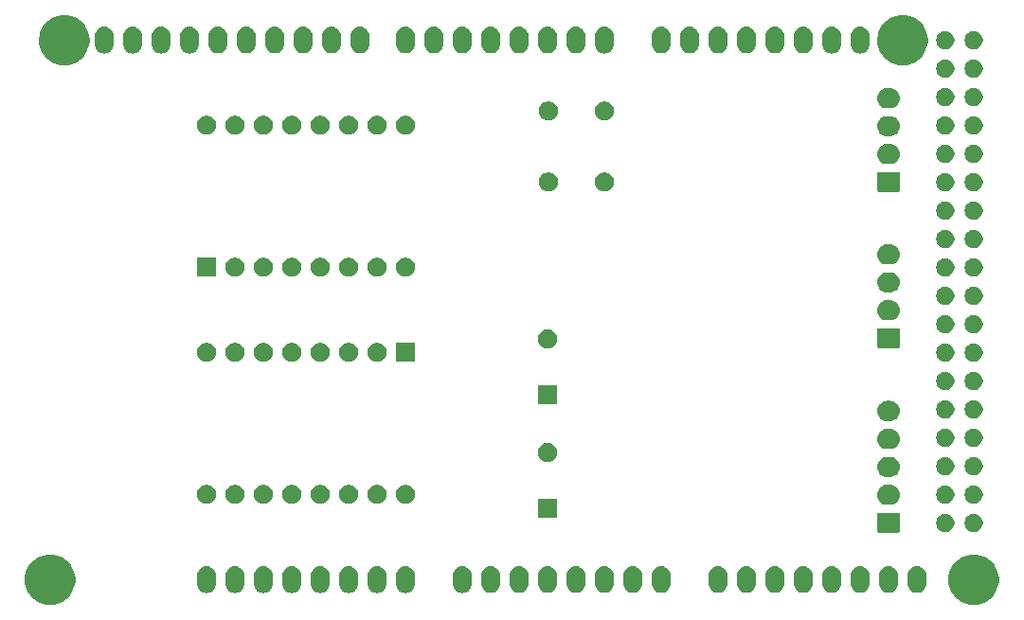
<source format=gbr>
G04 #@! TF.GenerationSoftware,KiCad,Pcbnew,5.1.5-52549c5~84~ubuntu16.04.1*
G04 #@! TF.CreationDate,2020-01-01T01:32:41+01:00*
G04 #@! TF.ProjectId,schema-3.0,73636865-6d61-42d3-932e-302e6b696361,rev?*
G04 #@! TF.SameCoordinates,Original*
G04 #@! TF.FileFunction,Soldermask,Top*
G04 #@! TF.FilePolarity,Negative*
%FSLAX46Y46*%
G04 Gerber Fmt 4.6, Leading zero omitted, Abs format (unit mm)*
G04 Created by KiCad (PCBNEW 5.1.5-52549c5~84~ubuntu16.04.1) date 2020-01-01 01:32:41*
%MOMM*%
%LPD*%
G04 APERTURE LIST*
%ADD10C,0.100000*%
G04 APERTURE END LIST*
D10*
G36*
X176805880Y-112059776D02*
G01*
X177186593Y-112135504D01*
X177596249Y-112305189D01*
X177964929Y-112551534D01*
X178278466Y-112865071D01*
X178524811Y-113233751D01*
X178694496Y-113643407D01*
X178781000Y-114078296D01*
X178781000Y-114521704D01*
X178694496Y-114956593D01*
X178524811Y-115366249D01*
X178278466Y-115734929D01*
X177964929Y-116048466D01*
X177596249Y-116294811D01*
X177186593Y-116464496D01*
X176805880Y-116540224D01*
X176751705Y-116551000D01*
X176308295Y-116551000D01*
X176254120Y-116540224D01*
X175873407Y-116464496D01*
X175463751Y-116294811D01*
X175095071Y-116048466D01*
X174781534Y-115734929D01*
X174535189Y-115366249D01*
X174365504Y-114956593D01*
X174279000Y-114521704D01*
X174279000Y-114078296D01*
X174365504Y-113643407D01*
X174535189Y-113233751D01*
X174781534Y-112865071D01*
X175095071Y-112551534D01*
X175463751Y-112305189D01*
X175873407Y-112135504D01*
X176254120Y-112059776D01*
X176308295Y-112049000D01*
X176751705Y-112049000D01*
X176805880Y-112059776D01*
G37*
G36*
X94255880Y-112059776D02*
G01*
X94636593Y-112135504D01*
X95046249Y-112305189D01*
X95414929Y-112551534D01*
X95728466Y-112865071D01*
X95974811Y-113233751D01*
X96144496Y-113643407D01*
X96231000Y-114078296D01*
X96231000Y-114521704D01*
X96144496Y-114956593D01*
X95974811Y-115366249D01*
X95728466Y-115734929D01*
X95414929Y-116048466D01*
X95046249Y-116294811D01*
X94636593Y-116464496D01*
X94255880Y-116540224D01*
X94201705Y-116551000D01*
X93758295Y-116551000D01*
X93704120Y-116540224D01*
X93323407Y-116464496D01*
X92913751Y-116294811D01*
X92545071Y-116048466D01*
X92231534Y-115734929D01*
X91985189Y-115366249D01*
X91815504Y-114956593D01*
X91729000Y-114521704D01*
X91729000Y-114078296D01*
X91815504Y-113643407D01*
X91985189Y-113233751D01*
X92231534Y-112865071D01*
X92545071Y-112551534D01*
X92913751Y-112305189D01*
X93323407Y-112135504D01*
X93704120Y-112059776D01*
X93758295Y-112049000D01*
X94201705Y-112049000D01*
X94255880Y-112059776D01*
G37*
G36*
X110654352Y-113130831D02*
G01*
X110812396Y-113178773D01*
X110958042Y-113256623D01*
X111085707Y-113361393D01*
X111180054Y-113476357D01*
X111190477Y-113489057D01*
X111226715Y-113556854D01*
X111268328Y-113634705D01*
X111316269Y-113792747D01*
X111328400Y-113915916D01*
X111328400Y-114709483D01*
X111316269Y-114832653D01*
X111268328Y-114990695D01*
X111226715Y-115068546D01*
X111197265Y-115123644D01*
X111190476Y-115136344D01*
X111085707Y-115264007D01*
X110973519Y-115356076D01*
X110958043Y-115368777D01*
X110890246Y-115405015D01*
X110812395Y-115446628D01*
X110654353Y-115494569D01*
X110490000Y-115510756D01*
X110325648Y-115494569D01*
X110167606Y-115446628D01*
X110089755Y-115405015D01*
X110021958Y-115368777D01*
X110006482Y-115356076D01*
X109894294Y-115264007D01*
X109789525Y-115136344D01*
X109782737Y-115123644D01*
X109763574Y-115087793D01*
X109711671Y-114990692D01*
X109663731Y-114832656D01*
X109651600Y-114709484D01*
X109651600Y-113915917D01*
X109663731Y-113792748D01*
X109711673Y-113634704D01*
X109789523Y-113489058D01*
X109894293Y-113361393D01*
X110021956Y-113256624D01*
X110021955Y-113256624D01*
X110021957Y-113256623D01*
X110089754Y-113220385D01*
X110167605Y-113178772D01*
X110325647Y-113130831D01*
X110490000Y-113114644D01*
X110654352Y-113130831D01*
G37*
G36*
X108114352Y-113130831D02*
G01*
X108272396Y-113178773D01*
X108418042Y-113256623D01*
X108545707Y-113361393D01*
X108640054Y-113476357D01*
X108650477Y-113489057D01*
X108686715Y-113556854D01*
X108728328Y-113634705D01*
X108776269Y-113792747D01*
X108788400Y-113915916D01*
X108788400Y-114709483D01*
X108776269Y-114832653D01*
X108728328Y-114990695D01*
X108686715Y-115068546D01*
X108657265Y-115123644D01*
X108650476Y-115136344D01*
X108545707Y-115264007D01*
X108433519Y-115356076D01*
X108418043Y-115368777D01*
X108350246Y-115405015D01*
X108272395Y-115446628D01*
X108114353Y-115494569D01*
X107950000Y-115510756D01*
X107785648Y-115494569D01*
X107627606Y-115446628D01*
X107549755Y-115405015D01*
X107481958Y-115368777D01*
X107466482Y-115356076D01*
X107354294Y-115264007D01*
X107249525Y-115136344D01*
X107242737Y-115123644D01*
X107223574Y-115087793D01*
X107171671Y-114990692D01*
X107123731Y-114832656D01*
X107111600Y-114709484D01*
X107111600Y-113915917D01*
X107123731Y-113792748D01*
X107171673Y-113634704D01*
X107249523Y-113489058D01*
X107354293Y-113361393D01*
X107481956Y-113256624D01*
X107481955Y-113256624D01*
X107481957Y-113256623D01*
X107549754Y-113220385D01*
X107627605Y-113178772D01*
X107785647Y-113130831D01*
X107950000Y-113114644D01*
X108114352Y-113130831D01*
G37*
G36*
X130974352Y-113130831D02*
G01*
X131132396Y-113178773D01*
X131278042Y-113256623D01*
X131405707Y-113361393D01*
X131500054Y-113476357D01*
X131510477Y-113489057D01*
X131546715Y-113556854D01*
X131588328Y-113634705D01*
X131636269Y-113792747D01*
X131648400Y-113915916D01*
X131648400Y-114709483D01*
X131636269Y-114832653D01*
X131588328Y-114990695D01*
X131546715Y-115068546D01*
X131517265Y-115123644D01*
X131510476Y-115136344D01*
X131405707Y-115264007D01*
X131293519Y-115356076D01*
X131278043Y-115368777D01*
X131210246Y-115405015D01*
X131132395Y-115446628D01*
X130974353Y-115494569D01*
X130810000Y-115510756D01*
X130645648Y-115494569D01*
X130487606Y-115446628D01*
X130409755Y-115405015D01*
X130341958Y-115368777D01*
X130326482Y-115356076D01*
X130214294Y-115264007D01*
X130109525Y-115136344D01*
X130102737Y-115123644D01*
X130083574Y-115087793D01*
X130031671Y-114990692D01*
X129983731Y-114832656D01*
X129971600Y-114709484D01*
X129971600Y-113915917D01*
X129983731Y-113792748D01*
X130031673Y-113634704D01*
X130109523Y-113489058D01*
X130214293Y-113361393D01*
X130341956Y-113256624D01*
X130341955Y-113256624D01*
X130341957Y-113256623D01*
X130409754Y-113220385D01*
X130487605Y-113178772D01*
X130645647Y-113130831D01*
X130810000Y-113114644D01*
X130974352Y-113130831D01*
G37*
G36*
X125894352Y-113130831D02*
G01*
X126052396Y-113178773D01*
X126198042Y-113256623D01*
X126325707Y-113361393D01*
X126420054Y-113476357D01*
X126430477Y-113489057D01*
X126466715Y-113556854D01*
X126508328Y-113634705D01*
X126556269Y-113792747D01*
X126568400Y-113915916D01*
X126568400Y-114709483D01*
X126556269Y-114832653D01*
X126508328Y-114990695D01*
X126466715Y-115068546D01*
X126437265Y-115123644D01*
X126430476Y-115136344D01*
X126325707Y-115264007D01*
X126213519Y-115356076D01*
X126198043Y-115368777D01*
X126130246Y-115405015D01*
X126052395Y-115446628D01*
X125894353Y-115494569D01*
X125730000Y-115510756D01*
X125565648Y-115494569D01*
X125407606Y-115446628D01*
X125329755Y-115405015D01*
X125261958Y-115368777D01*
X125246482Y-115356076D01*
X125134294Y-115264007D01*
X125029525Y-115136344D01*
X125022737Y-115123644D01*
X125003574Y-115087793D01*
X124951671Y-114990692D01*
X124903731Y-114832656D01*
X124891600Y-114709484D01*
X124891600Y-113915917D01*
X124903731Y-113792748D01*
X124951673Y-113634704D01*
X125029523Y-113489058D01*
X125134293Y-113361393D01*
X125261956Y-113256624D01*
X125261955Y-113256624D01*
X125261957Y-113256623D01*
X125329754Y-113220385D01*
X125407605Y-113178772D01*
X125565647Y-113130831D01*
X125730000Y-113114644D01*
X125894352Y-113130831D01*
G37*
G36*
X123354352Y-113130831D02*
G01*
X123512396Y-113178773D01*
X123658042Y-113256623D01*
X123785707Y-113361393D01*
X123880054Y-113476357D01*
X123890477Y-113489057D01*
X123926715Y-113556854D01*
X123968328Y-113634705D01*
X124016269Y-113792747D01*
X124028400Y-113915916D01*
X124028400Y-114709483D01*
X124016269Y-114832653D01*
X123968328Y-114990695D01*
X123926715Y-115068546D01*
X123897265Y-115123644D01*
X123890476Y-115136344D01*
X123785707Y-115264007D01*
X123673519Y-115356076D01*
X123658043Y-115368777D01*
X123590246Y-115405015D01*
X123512395Y-115446628D01*
X123354353Y-115494569D01*
X123190000Y-115510756D01*
X123025648Y-115494569D01*
X122867606Y-115446628D01*
X122789755Y-115405015D01*
X122721958Y-115368777D01*
X122706482Y-115356076D01*
X122594294Y-115264007D01*
X122489525Y-115136344D01*
X122482737Y-115123644D01*
X122463574Y-115087793D01*
X122411671Y-114990692D01*
X122363731Y-114832656D01*
X122351600Y-114709484D01*
X122351600Y-113915917D01*
X122363731Y-113792748D01*
X122411673Y-113634704D01*
X122489523Y-113489058D01*
X122594293Y-113361393D01*
X122721956Y-113256624D01*
X122721955Y-113256624D01*
X122721957Y-113256623D01*
X122789754Y-113220385D01*
X122867605Y-113178772D01*
X123025647Y-113130831D01*
X123190000Y-113114644D01*
X123354352Y-113130831D01*
G37*
G36*
X120814352Y-113130831D02*
G01*
X120972396Y-113178773D01*
X121118042Y-113256623D01*
X121245707Y-113361393D01*
X121340054Y-113476357D01*
X121350477Y-113489057D01*
X121386715Y-113556854D01*
X121428328Y-113634705D01*
X121476269Y-113792747D01*
X121488400Y-113915916D01*
X121488400Y-114709483D01*
X121476269Y-114832653D01*
X121428328Y-114990695D01*
X121386715Y-115068546D01*
X121357265Y-115123644D01*
X121350476Y-115136344D01*
X121245707Y-115264007D01*
X121133519Y-115356076D01*
X121118043Y-115368777D01*
X121050246Y-115405015D01*
X120972395Y-115446628D01*
X120814353Y-115494569D01*
X120650000Y-115510756D01*
X120485648Y-115494569D01*
X120327606Y-115446628D01*
X120249755Y-115405015D01*
X120181958Y-115368777D01*
X120166482Y-115356076D01*
X120054294Y-115264007D01*
X119949525Y-115136344D01*
X119942737Y-115123644D01*
X119923574Y-115087793D01*
X119871671Y-114990692D01*
X119823731Y-114832656D01*
X119811600Y-114709484D01*
X119811600Y-113915917D01*
X119823731Y-113792748D01*
X119871673Y-113634704D01*
X119949523Y-113489058D01*
X120054293Y-113361393D01*
X120181956Y-113256624D01*
X120181955Y-113256624D01*
X120181957Y-113256623D01*
X120249754Y-113220385D01*
X120327605Y-113178772D01*
X120485647Y-113130831D01*
X120650000Y-113114644D01*
X120814352Y-113130831D01*
G37*
G36*
X118274352Y-113130831D02*
G01*
X118432396Y-113178773D01*
X118578042Y-113256623D01*
X118705707Y-113361393D01*
X118800054Y-113476357D01*
X118810477Y-113489057D01*
X118846715Y-113556854D01*
X118888328Y-113634705D01*
X118936269Y-113792747D01*
X118948400Y-113915916D01*
X118948400Y-114709483D01*
X118936269Y-114832653D01*
X118888328Y-114990695D01*
X118846715Y-115068546D01*
X118817265Y-115123644D01*
X118810476Y-115136344D01*
X118705707Y-115264007D01*
X118593519Y-115356076D01*
X118578043Y-115368777D01*
X118510246Y-115405015D01*
X118432395Y-115446628D01*
X118274353Y-115494569D01*
X118110000Y-115510756D01*
X117945648Y-115494569D01*
X117787606Y-115446628D01*
X117709755Y-115405015D01*
X117641958Y-115368777D01*
X117626482Y-115356076D01*
X117514294Y-115264007D01*
X117409525Y-115136344D01*
X117402737Y-115123644D01*
X117383574Y-115087793D01*
X117331671Y-114990692D01*
X117283731Y-114832656D01*
X117271600Y-114709484D01*
X117271600Y-113915917D01*
X117283731Y-113792748D01*
X117331673Y-113634704D01*
X117409523Y-113489058D01*
X117514293Y-113361393D01*
X117641956Y-113256624D01*
X117641955Y-113256624D01*
X117641957Y-113256623D01*
X117709754Y-113220385D01*
X117787605Y-113178772D01*
X117945647Y-113130831D01*
X118110000Y-113114644D01*
X118274352Y-113130831D01*
G37*
G36*
X115734352Y-113130831D02*
G01*
X115892396Y-113178773D01*
X116038042Y-113256623D01*
X116165707Y-113361393D01*
X116260054Y-113476357D01*
X116270477Y-113489057D01*
X116306715Y-113556854D01*
X116348328Y-113634705D01*
X116396269Y-113792747D01*
X116408400Y-113915916D01*
X116408400Y-114709483D01*
X116396269Y-114832653D01*
X116348328Y-114990695D01*
X116306715Y-115068546D01*
X116277265Y-115123644D01*
X116270476Y-115136344D01*
X116165707Y-115264007D01*
X116053519Y-115356076D01*
X116038043Y-115368777D01*
X115970246Y-115405015D01*
X115892395Y-115446628D01*
X115734353Y-115494569D01*
X115570000Y-115510756D01*
X115405648Y-115494569D01*
X115247606Y-115446628D01*
X115169755Y-115405015D01*
X115101958Y-115368777D01*
X115086482Y-115356076D01*
X114974294Y-115264007D01*
X114869525Y-115136344D01*
X114862737Y-115123644D01*
X114843574Y-115087793D01*
X114791671Y-114990692D01*
X114743731Y-114832656D01*
X114731600Y-114709484D01*
X114731600Y-113915917D01*
X114743731Y-113792748D01*
X114791673Y-113634704D01*
X114869523Y-113489058D01*
X114974293Y-113361393D01*
X115101956Y-113256624D01*
X115101955Y-113256624D01*
X115101957Y-113256623D01*
X115169754Y-113220385D01*
X115247605Y-113178772D01*
X115405647Y-113130831D01*
X115570000Y-113114644D01*
X115734352Y-113130831D01*
G37*
G36*
X113194352Y-113130831D02*
G01*
X113352396Y-113178773D01*
X113498042Y-113256623D01*
X113625707Y-113361393D01*
X113720054Y-113476357D01*
X113730477Y-113489057D01*
X113766715Y-113556854D01*
X113808328Y-113634705D01*
X113856269Y-113792747D01*
X113868400Y-113915916D01*
X113868400Y-114709483D01*
X113856269Y-114832653D01*
X113808328Y-114990695D01*
X113766715Y-115068546D01*
X113737265Y-115123644D01*
X113730476Y-115136344D01*
X113625707Y-115264007D01*
X113513519Y-115356076D01*
X113498043Y-115368777D01*
X113430246Y-115405015D01*
X113352395Y-115446628D01*
X113194353Y-115494569D01*
X113030000Y-115510756D01*
X112865648Y-115494569D01*
X112707606Y-115446628D01*
X112629755Y-115405015D01*
X112561958Y-115368777D01*
X112546482Y-115356076D01*
X112434294Y-115264007D01*
X112329525Y-115136344D01*
X112322737Y-115123644D01*
X112303574Y-115087793D01*
X112251671Y-114990692D01*
X112203731Y-114832656D01*
X112191600Y-114709484D01*
X112191600Y-113915917D01*
X112203731Y-113792748D01*
X112251673Y-113634704D01*
X112329523Y-113489058D01*
X112434293Y-113361393D01*
X112561956Y-113256624D01*
X112561955Y-113256624D01*
X112561957Y-113256623D01*
X112629754Y-113220385D01*
X112707605Y-113178772D01*
X112865647Y-113130831D01*
X113030000Y-113114644D01*
X113194352Y-113130831D01*
G37*
G36*
X158914352Y-113118131D02*
G01*
X159072396Y-113166073D01*
X159218042Y-113243923D01*
X159345707Y-113348693D01*
X159441083Y-113464910D01*
X159450477Y-113476357D01*
X159486715Y-113544154D01*
X159528328Y-113622005D01*
X159576269Y-113780047D01*
X159588400Y-113903216D01*
X159588400Y-114696783D01*
X159576269Y-114819953D01*
X159528328Y-114977995D01*
X159450476Y-115123644D01*
X159345707Y-115251307D01*
X159229490Y-115346683D01*
X159218043Y-115356077D01*
X159150246Y-115392315D01*
X159072395Y-115433928D01*
X158914353Y-115481869D01*
X158750000Y-115498056D01*
X158585648Y-115481869D01*
X158427606Y-115433928D01*
X158349755Y-115392315D01*
X158281958Y-115356077D01*
X158270511Y-115346683D01*
X158154294Y-115251307D01*
X158049525Y-115123644D01*
X157971671Y-114977992D01*
X157923731Y-114819956D01*
X157911600Y-114696784D01*
X157911600Y-113903217D01*
X157923731Y-113780048D01*
X157967820Y-113634705D01*
X157971672Y-113622007D01*
X157971673Y-113622004D01*
X158049523Y-113476358D01*
X158154293Y-113348693D01*
X158281956Y-113243924D01*
X158281955Y-113243924D01*
X158281957Y-113243923D01*
X158349754Y-113207685D01*
X158427605Y-113166072D01*
X158585647Y-113118131D01*
X158750000Y-113101944D01*
X158914352Y-113118131D01*
G37*
G36*
X136054352Y-113118131D02*
G01*
X136212396Y-113166073D01*
X136358042Y-113243923D01*
X136485707Y-113348693D01*
X136581083Y-113464910D01*
X136590477Y-113476357D01*
X136626715Y-113544154D01*
X136668328Y-113622005D01*
X136716269Y-113780047D01*
X136728400Y-113903216D01*
X136728400Y-114696783D01*
X136716269Y-114819953D01*
X136668328Y-114977995D01*
X136590476Y-115123644D01*
X136485707Y-115251307D01*
X136369490Y-115346683D01*
X136358043Y-115356077D01*
X136290246Y-115392315D01*
X136212395Y-115433928D01*
X136054353Y-115481869D01*
X135890000Y-115498056D01*
X135725648Y-115481869D01*
X135567606Y-115433928D01*
X135489755Y-115392315D01*
X135421958Y-115356077D01*
X135410511Y-115346683D01*
X135294294Y-115251307D01*
X135189525Y-115123644D01*
X135111671Y-114977992D01*
X135063731Y-114819956D01*
X135051600Y-114696784D01*
X135051600Y-113903217D01*
X135063731Y-113780048D01*
X135107820Y-113634705D01*
X135111672Y-113622007D01*
X135111673Y-113622004D01*
X135189523Y-113476358D01*
X135294293Y-113348693D01*
X135421956Y-113243924D01*
X135421955Y-113243924D01*
X135421957Y-113243923D01*
X135489754Y-113207685D01*
X135567605Y-113166072D01*
X135725647Y-113118131D01*
X135890000Y-113101944D01*
X136054352Y-113118131D01*
G37*
G36*
X141134352Y-113118131D02*
G01*
X141292396Y-113166073D01*
X141438042Y-113243923D01*
X141565707Y-113348693D01*
X141661083Y-113464910D01*
X141670477Y-113476357D01*
X141706715Y-113544154D01*
X141748328Y-113622005D01*
X141796269Y-113780047D01*
X141808400Y-113903216D01*
X141808400Y-114696783D01*
X141796269Y-114819953D01*
X141748328Y-114977995D01*
X141670476Y-115123644D01*
X141565707Y-115251307D01*
X141449490Y-115346683D01*
X141438043Y-115356077D01*
X141370246Y-115392315D01*
X141292395Y-115433928D01*
X141134353Y-115481869D01*
X140970000Y-115498056D01*
X140805648Y-115481869D01*
X140647606Y-115433928D01*
X140569755Y-115392315D01*
X140501958Y-115356077D01*
X140490511Y-115346683D01*
X140374294Y-115251307D01*
X140269525Y-115123644D01*
X140191671Y-114977992D01*
X140143731Y-114819956D01*
X140131600Y-114696784D01*
X140131600Y-113903217D01*
X140143731Y-113780048D01*
X140187820Y-113634705D01*
X140191672Y-113622007D01*
X140191673Y-113622004D01*
X140269523Y-113476358D01*
X140374293Y-113348693D01*
X140501956Y-113243924D01*
X140501955Y-113243924D01*
X140501957Y-113243923D01*
X140569754Y-113207685D01*
X140647605Y-113166072D01*
X140805647Y-113118131D01*
X140970000Y-113101944D01*
X141134352Y-113118131D01*
G37*
G36*
X143674352Y-113118131D02*
G01*
X143832396Y-113166073D01*
X143978042Y-113243923D01*
X144105707Y-113348693D01*
X144201083Y-113464910D01*
X144210477Y-113476357D01*
X144246715Y-113544154D01*
X144288328Y-113622005D01*
X144336269Y-113780047D01*
X144348400Y-113903216D01*
X144348400Y-114696783D01*
X144336269Y-114819953D01*
X144288328Y-114977995D01*
X144210476Y-115123644D01*
X144105707Y-115251307D01*
X143989490Y-115346683D01*
X143978043Y-115356077D01*
X143910246Y-115392315D01*
X143832395Y-115433928D01*
X143674353Y-115481869D01*
X143510000Y-115498056D01*
X143345648Y-115481869D01*
X143187606Y-115433928D01*
X143109755Y-115392315D01*
X143041958Y-115356077D01*
X143030511Y-115346683D01*
X142914294Y-115251307D01*
X142809525Y-115123644D01*
X142731671Y-114977992D01*
X142683731Y-114819956D01*
X142671600Y-114696784D01*
X142671600Y-113903217D01*
X142683731Y-113780048D01*
X142727820Y-113634705D01*
X142731672Y-113622007D01*
X142731673Y-113622004D01*
X142809523Y-113476358D01*
X142914293Y-113348693D01*
X143041956Y-113243924D01*
X143041955Y-113243924D01*
X143041957Y-113243923D01*
X143109754Y-113207685D01*
X143187605Y-113166072D01*
X143345647Y-113118131D01*
X143510000Y-113101944D01*
X143674352Y-113118131D01*
G37*
G36*
X146214352Y-113118131D02*
G01*
X146372396Y-113166073D01*
X146518042Y-113243923D01*
X146645707Y-113348693D01*
X146741083Y-113464910D01*
X146750477Y-113476357D01*
X146786715Y-113544154D01*
X146828328Y-113622005D01*
X146876269Y-113780047D01*
X146888400Y-113903216D01*
X146888400Y-114696783D01*
X146876269Y-114819953D01*
X146828328Y-114977995D01*
X146750476Y-115123644D01*
X146645707Y-115251307D01*
X146529490Y-115346683D01*
X146518043Y-115356077D01*
X146450246Y-115392315D01*
X146372395Y-115433928D01*
X146214353Y-115481869D01*
X146050000Y-115498056D01*
X145885648Y-115481869D01*
X145727606Y-115433928D01*
X145649755Y-115392315D01*
X145581958Y-115356077D01*
X145570511Y-115346683D01*
X145454294Y-115251307D01*
X145349525Y-115123644D01*
X145271671Y-114977992D01*
X145223731Y-114819956D01*
X145211600Y-114696784D01*
X145211600Y-113903217D01*
X145223731Y-113780048D01*
X145267820Y-113634705D01*
X145271672Y-113622007D01*
X145271673Y-113622004D01*
X145349523Y-113476358D01*
X145454293Y-113348693D01*
X145581956Y-113243924D01*
X145581955Y-113243924D01*
X145581957Y-113243923D01*
X145649754Y-113207685D01*
X145727605Y-113166072D01*
X145885647Y-113118131D01*
X146050000Y-113101944D01*
X146214352Y-113118131D01*
G37*
G36*
X148754352Y-113118131D02*
G01*
X148912396Y-113166073D01*
X149058042Y-113243923D01*
X149185707Y-113348693D01*
X149281083Y-113464910D01*
X149290477Y-113476357D01*
X149326715Y-113544154D01*
X149368328Y-113622005D01*
X149416269Y-113780047D01*
X149428400Y-113903216D01*
X149428400Y-114696783D01*
X149416269Y-114819953D01*
X149368328Y-114977995D01*
X149290476Y-115123644D01*
X149185707Y-115251307D01*
X149069490Y-115346683D01*
X149058043Y-115356077D01*
X148990246Y-115392315D01*
X148912395Y-115433928D01*
X148754353Y-115481869D01*
X148590000Y-115498056D01*
X148425648Y-115481869D01*
X148267606Y-115433928D01*
X148189755Y-115392315D01*
X148121958Y-115356077D01*
X148110511Y-115346683D01*
X147994294Y-115251307D01*
X147889525Y-115123644D01*
X147811671Y-114977992D01*
X147763731Y-114819956D01*
X147751600Y-114696784D01*
X147751600Y-113903217D01*
X147763731Y-113780048D01*
X147807820Y-113634705D01*
X147811672Y-113622007D01*
X147811673Y-113622004D01*
X147889523Y-113476358D01*
X147994293Y-113348693D01*
X148121956Y-113243924D01*
X148121955Y-113243924D01*
X148121957Y-113243923D01*
X148189754Y-113207685D01*
X148267605Y-113166072D01*
X148425647Y-113118131D01*
X148590000Y-113101944D01*
X148754352Y-113118131D01*
G37*
G36*
X153834352Y-113118131D02*
G01*
X153992396Y-113166073D01*
X154138042Y-113243923D01*
X154265707Y-113348693D01*
X154361083Y-113464910D01*
X154370477Y-113476357D01*
X154406715Y-113544154D01*
X154448328Y-113622005D01*
X154496269Y-113780047D01*
X154508400Y-113903216D01*
X154508400Y-114696783D01*
X154496269Y-114819953D01*
X154448328Y-114977995D01*
X154370476Y-115123644D01*
X154265707Y-115251307D01*
X154149490Y-115346683D01*
X154138043Y-115356077D01*
X154070246Y-115392315D01*
X153992395Y-115433928D01*
X153834353Y-115481869D01*
X153670000Y-115498056D01*
X153505648Y-115481869D01*
X153347606Y-115433928D01*
X153269755Y-115392315D01*
X153201958Y-115356077D01*
X153190511Y-115346683D01*
X153074294Y-115251307D01*
X152969525Y-115123644D01*
X152891671Y-114977992D01*
X152843731Y-114819956D01*
X152831600Y-114696784D01*
X152831600Y-113903217D01*
X152843731Y-113780048D01*
X152887820Y-113634705D01*
X152891672Y-113622007D01*
X152891673Y-113622004D01*
X152969523Y-113476358D01*
X153074293Y-113348693D01*
X153201956Y-113243924D01*
X153201955Y-113243924D01*
X153201957Y-113243923D01*
X153269754Y-113207685D01*
X153347605Y-113166072D01*
X153505647Y-113118131D01*
X153670000Y-113101944D01*
X153834352Y-113118131D01*
G37*
G36*
X156374352Y-113118131D02*
G01*
X156532396Y-113166073D01*
X156678042Y-113243923D01*
X156805707Y-113348693D01*
X156901083Y-113464910D01*
X156910477Y-113476357D01*
X156946715Y-113544154D01*
X156988328Y-113622005D01*
X157036269Y-113780047D01*
X157048400Y-113903216D01*
X157048400Y-114696783D01*
X157036269Y-114819953D01*
X156988328Y-114977995D01*
X156910476Y-115123644D01*
X156805707Y-115251307D01*
X156689490Y-115346683D01*
X156678043Y-115356077D01*
X156610246Y-115392315D01*
X156532395Y-115433928D01*
X156374353Y-115481869D01*
X156210000Y-115498056D01*
X156045648Y-115481869D01*
X155887606Y-115433928D01*
X155809755Y-115392315D01*
X155741958Y-115356077D01*
X155730511Y-115346683D01*
X155614294Y-115251307D01*
X155509525Y-115123644D01*
X155431671Y-114977992D01*
X155383731Y-114819956D01*
X155371600Y-114696784D01*
X155371600Y-113903217D01*
X155383731Y-113780048D01*
X155427820Y-113634705D01*
X155431672Y-113622007D01*
X155431673Y-113622004D01*
X155509523Y-113476358D01*
X155614293Y-113348693D01*
X155741956Y-113243924D01*
X155741955Y-113243924D01*
X155741957Y-113243923D01*
X155809754Y-113207685D01*
X155887605Y-113166072D01*
X156045647Y-113118131D01*
X156210000Y-113101944D01*
X156374352Y-113118131D01*
G37*
G36*
X161454352Y-113118131D02*
G01*
X161612396Y-113166073D01*
X161758042Y-113243923D01*
X161885707Y-113348693D01*
X161981083Y-113464910D01*
X161990477Y-113476357D01*
X162026715Y-113544154D01*
X162068328Y-113622005D01*
X162116269Y-113780047D01*
X162128400Y-113903216D01*
X162128400Y-114696783D01*
X162116269Y-114819953D01*
X162068328Y-114977995D01*
X161990476Y-115123644D01*
X161885707Y-115251307D01*
X161769490Y-115346683D01*
X161758043Y-115356077D01*
X161690246Y-115392315D01*
X161612395Y-115433928D01*
X161454353Y-115481869D01*
X161290000Y-115498056D01*
X161125648Y-115481869D01*
X160967606Y-115433928D01*
X160889755Y-115392315D01*
X160821958Y-115356077D01*
X160810511Y-115346683D01*
X160694294Y-115251307D01*
X160589525Y-115123644D01*
X160511671Y-114977992D01*
X160463731Y-114819956D01*
X160451600Y-114696784D01*
X160451600Y-113903217D01*
X160463731Y-113780048D01*
X160507820Y-113634705D01*
X160511672Y-113622007D01*
X160511673Y-113622004D01*
X160589523Y-113476358D01*
X160694293Y-113348693D01*
X160821956Y-113243924D01*
X160821955Y-113243924D01*
X160821957Y-113243923D01*
X160889754Y-113207685D01*
X160967605Y-113166072D01*
X161125647Y-113118131D01*
X161290000Y-113101944D01*
X161454352Y-113118131D01*
G37*
G36*
X163994352Y-113118131D02*
G01*
X164152396Y-113166073D01*
X164298042Y-113243923D01*
X164425707Y-113348693D01*
X164521083Y-113464910D01*
X164530477Y-113476357D01*
X164566715Y-113544154D01*
X164608328Y-113622005D01*
X164656269Y-113780047D01*
X164668400Y-113903216D01*
X164668400Y-114696783D01*
X164656269Y-114819953D01*
X164608328Y-114977995D01*
X164530476Y-115123644D01*
X164425707Y-115251307D01*
X164309490Y-115346683D01*
X164298043Y-115356077D01*
X164230246Y-115392315D01*
X164152395Y-115433928D01*
X163994353Y-115481869D01*
X163830000Y-115498056D01*
X163665648Y-115481869D01*
X163507606Y-115433928D01*
X163429755Y-115392315D01*
X163361958Y-115356077D01*
X163350511Y-115346683D01*
X163234294Y-115251307D01*
X163129525Y-115123644D01*
X163051671Y-114977992D01*
X163003731Y-114819956D01*
X162991600Y-114696784D01*
X162991600Y-113903217D01*
X163003731Y-113780048D01*
X163047820Y-113634705D01*
X163051672Y-113622007D01*
X163051673Y-113622004D01*
X163129523Y-113476358D01*
X163234293Y-113348693D01*
X163361956Y-113243924D01*
X163361955Y-113243924D01*
X163361957Y-113243923D01*
X163429754Y-113207685D01*
X163507605Y-113166072D01*
X163665647Y-113118131D01*
X163830000Y-113101944D01*
X163994352Y-113118131D01*
G37*
G36*
X166534352Y-113118131D02*
G01*
X166692396Y-113166073D01*
X166838042Y-113243923D01*
X166965707Y-113348693D01*
X167061083Y-113464910D01*
X167070477Y-113476357D01*
X167106715Y-113544154D01*
X167148328Y-113622005D01*
X167196269Y-113780047D01*
X167208400Y-113903216D01*
X167208400Y-114696783D01*
X167196269Y-114819953D01*
X167148328Y-114977995D01*
X167070476Y-115123644D01*
X166965707Y-115251307D01*
X166849490Y-115346683D01*
X166838043Y-115356077D01*
X166770246Y-115392315D01*
X166692395Y-115433928D01*
X166534353Y-115481869D01*
X166370000Y-115498056D01*
X166205648Y-115481869D01*
X166047606Y-115433928D01*
X165969755Y-115392315D01*
X165901958Y-115356077D01*
X165890511Y-115346683D01*
X165774294Y-115251307D01*
X165669525Y-115123644D01*
X165591671Y-114977992D01*
X165543731Y-114819956D01*
X165531600Y-114696784D01*
X165531600Y-113903217D01*
X165543731Y-113780048D01*
X165587820Y-113634705D01*
X165591672Y-113622007D01*
X165591673Y-113622004D01*
X165669523Y-113476358D01*
X165774293Y-113348693D01*
X165901956Y-113243924D01*
X165901955Y-113243924D01*
X165901957Y-113243923D01*
X165969754Y-113207685D01*
X166047605Y-113166072D01*
X166205647Y-113118131D01*
X166370000Y-113101944D01*
X166534352Y-113118131D01*
G37*
G36*
X169074352Y-113118131D02*
G01*
X169232396Y-113166073D01*
X169378042Y-113243923D01*
X169505707Y-113348693D01*
X169601083Y-113464910D01*
X169610477Y-113476357D01*
X169646715Y-113544154D01*
X169688328Y-113622005D01*
X169736269Y-113780047D01*
X169748400Y-113903216D01*
X169748400Y-114696783D01*
X169736269Y-114819953D01*
X169688328Y-114977995D01*
X169610476Y-115123644D01*
X169505707Y-115251307D01*
X169389490Y-115346683D01*
X169378043Y-115356077D01*
X169310246Y-115392315D01*
X169232395Y-115433928D01*
X169074353Y-115481869D01*
X168910000Y-115498056D01*
X168745648Y-115481869D01*
X168587606Y-115433928D01*
X168509755Y-115392315D01*
X168441958Y-115356077D01*
X168430511Y-115346683D01*
X168314294Y-115251307D01*
X168209525Y-115123644D01*
X168131671Y-114977992D01*
X168083731Y-114819956D01*
X168071600Y-114696784D01*
X168071600Y-113903217D01*
X168083731Y-113780048D01*
X168127820Y-113634705D01*
X168131672Y-113622007D01*
X168131673Y-113622004D01*
X168209523Y-113476358D01*
X168314293Y-113348693D01*
X168441956Y-113243924D01*
X168441955Y-113243924D01*
X168441957Y-113243923D01*
X168509754Y-113207685D01*
X168587605Y-113166072D01*
X168745647Y-113118131D01*
X168910000Y-113101944D01*
X169074352Y-113118131D01*
G37*
G36*
X171614352Y-113118131D02*
G01*
X171772396Y-113166073D01*
X171918042Y-113243923D01*
X172045707Y-113348693D01*
X172141083Y-113464910D01*
X172150477Y-113476357D01*
X172186715Y-113544154D01*
X172228328Y-113622005D01*
X172276269Y-113780047D01*
X172288400Y-113903216D01*
X172288400Y-114696783D01*
X172276269Y-114819953D01*
X172228328Y-114977995D01*
X172150476Y-115123644D01*
X172045707Y-115251307D01*
X171929490Y-115346683D01*
X171918043Y-115356077D01*
X171850246Y-115392315D01*
X171772395Y-115433928D01*
X171614353Y-115481869D01*
X171450000Y-115498056D01*
X171285648Y-115481869D01*
X171127606Y-115433928D01*
X171049755Y-115392315D01*
X170981958Y-115356077D01*
X170970511Y-115346683D01*
X170854294Y-115251307D01*
X170749525Y-115123644D01*
X170671671Y-114977992D01*
X170623731Y-114819956D01*
X170611600Y-114696784D01*
X170611600Y-113903217D01*
X170623731Y-113780048D01*
X170667820Y-113634705D01*
X170671672Y-113622007D01*
X170671673Y-113622004D01*
X170749523Y-113476358D01*
X170854293Y-113348693D01*
X170981956Y-113243924D01*
X170981955Y-113243924D01*
X170981957Y-113243923D01*
X171049754Y-113207685D01*
X171127605Y-113166072D01*
X171285647Y-113118131D01*
X171450000Y-113101944D01*
X171614352Y-113118131D01*
G37*
G36*
X138594352Y-113118131D02*
G01*
X138752396Y-113166073D01*
X138898042Y-113243923D01*
X139025707Y-113348693D01*
X139121083Y-113464910D01*
X139130477Y-113476357D01*
X139166715Y-113544154D01*
X139208328Y-113622005D01*
X139256269Y-113780047D01*
X139268400Y-113903216D01*
X139268400Y-114696783D01*
X139256269Y-114819953D01*
X139208328Y-114977995D01*
X139130476Y-115123644D01*
X139025707Y-115251307D01*
X138909490Y-115346683D01*
X138898043Y-115356077D01*
X138830246Y-115392315D01*
X138752395Y-115433928D01*
X138594353Y-115481869D01*
X138430000Y-115498056D01*
X138265648Y-115481869D01*
X138107606Y-115433928D01*
X138029755Y-115392315D01*
X137961958Y-115356077D01*
X137950511Y-115346683D01*
X137834294Y-115251307D01*
X137729525Y-115123644D01*
X137651671Y-114977992D01*
X137603731Y-114819956D01*
X137591600Y-114696784D01*
X137591600Y-113903217D01*
X137603731Y-113780048D01*
X137647820Y-113634705D01*
X137651672Y-113622007D01*
X137651673Y-113622004D01*
X137729523Y-113476358D01*
X137834293Y-113348693D01*
X137961956Y-113243924D01*
X137961955Y-113243924D01*
X137961957Y-113243923D01*
X138029754Y-113207685D01*
X138107605Y-113166072D01*
X138265647Y-113118131D01*
X138430000Y-113101944D01*
X138594352Y-113118131D01*
G37*
G36*
X133514352Y-113118131D02*
G01*
X133672396Y-113166073D01*
X133818042Y-113243923D01*
X133945707Y-113348693D01*
X134041083Y-113464910D01*
X134050477Y-113476357D01*
X134086715Y-113544154D01*
X134128328Y-113622005D01*
X134176269Y-113780047D01*
X134188400Y-113903216D01*
X134188400Y-114696783D01*
X134176269Y-114819953D01*
X134128328Y-114977995D01*
X134050476Y-115123644D01*
X133945707Y-115251307D01*
X133829490Y-115346683D01*
X133818043Y-115356077D01*
X133750246Y-115392315D01*
X133672395Y-115433928D01*
X133514353Y-115481869D01*
X133350000Y-115498056D01*
X133185648Y-115481869D01*
X133027606Y-115433928D01*
X132949755Y-115392315D01*
X132881958Y-115356077D01*
X132870511Y-115346683D01*
X132754294Y-115251307D01*
X132649525Y-115123644D01*
X132571671Y-114977992D01*
X132523731Y-114819956D01*
X132511600Y-114696784D01*
X132511600Y-113903217D01*
X132523731Y-113780048D01*
X132567820Y-113634705D01*
X132571672Y-113622007D01*
X132571673Y-113622004D01*
X132649523Y-113476358D01*
X132754293Y-113348693D01*
X132881956Y-113243924D01*
X132881955Y-113243924D01*
X132881957Y-113243923D01*
X132949754Y-113207685D01*
X133027605Y-113166072D01*
X133185647Y-113118131D01*
X133350000Y-113101944D01*
X133514352Y-113118131D01*
G37*
G36*
X169793600Y-108322989D02*
G01*
X169826652Y-108333015D01*
X169857103Y-108349292D01*
X169883799Y-108371201D01*
X169905708Y-108397897D01*
X169921985Y-108428348D01*
X169932011Y-108461400D01*
X169936000Y-108501903D01*
X169936000Y-109938097D01*
X169932011Y-109978600D01*
X169921985Y-110011652D01*
X169905708Y-110042103D01*
X169883799Y-110068799D01*
X169857103Y-110090708D01*
X169826652Y-110106985D01*
X169793600Y-110117011D01*
X169753097Y-110121000D01*
X168066903Y-110121000D01*
X168026400Y-110117011D01*
X167993348Y-110106985D01*
X167962897Y-110090708D01*
X167936201Y-110068799D01*
X167914292Y-110042103D01*
X167898015Y-110011652D01*
X167887989Y-109978600D01*
X167884000Y-109938097D01*
X167884000Y-108501903D01*
X167887989Y-108461400D01*
X167898015Y-108428348D01*
X167914292Y-108397897D01*
X167936201Y-108371201D01*
X167962897Y-108349292D01*
X167993348Y-108333015D01*
X168026400Y-108322989D01*
X168066903Y-108319000D01*
X169753097Y-108319000D01*
X169793600Y-108322989D01*
G37*
G36*
X176767142Y-108450942D02*
G01*
X176915101Y-108512229D01*
X177048255Y-108601199D01*
X177161501Y-108714445D01*
X177250471Y-108847599D01*
X177311758Y-108995558D01*
X177343000Y-109152625D01*
X177343000Y-109312775D01*
X177311758Y-109469842D01*
X177250471Y-109617801D01*
X177161501Y-109750955D01*
X177048255Y-109864201D01*
X176915101Y-109953171D01*
X176767142Y-110014458D01*
X176610075Y-110045700D01*
X176449925Y-110045700D01*
X176292858Y-110014458D01*
X176144899Y-109953171D01*
X176011745Y-109864201D01*
X175898499Y-109750955D01*
X175809529Y-109617801D01*
X175748242Y-109469842D01*
X175717000Y-109312775D01*
X175717000Y-109152625D01*
X175748242Y-108995558D01*
X175809529Y-108847599D01*
X175898499Y-108714445D01*
X176011745Y-108601199D01*
X176144899Y-108512229D01*
X176292858Y-108450942D01*
X176449925Y-108419700D01*
X176610075Y-108419700D01*
X176767142Y-108450942D01*
G37*
G36*
X174227142Y-108450942D02*
G01*
X174375101Y-108512229D01*
X174508255Y-108601199D01*
X174621501Y-108714445D01*
X174710471Y-108847599D01*
X174771758Y-108995558D01*
X174803000Y-109152625D01*
X174803000Y-109312775D01*
X174771758Y-109469842D01*
X174710471Y-109617801D01*
X174621501Y-109750955D01*
X174508255Y-109864201D01*
X174375101Y-109953171D01*
X174227142Y-110014458D01*
X174070075Y-110045700D01*
X173909925Y-110045700D01*
X173752858Y-110014458D01*
X173604899Y-109953171D01*
X173471745Y-109864201D01*
X173358499Y-109750955D01*
X173269529Y-109617801D01*
X173208242Y-109469842D01*
X173177000Y-109312775D01*
X173177000Y-109152625D01*
X173208242Y-108995558D01*
X173269529Y-108847599D01*
X173358499Y-108714445D01*
X173471745Y-108601199D01*
X173604899Y-108512229D01*
X173752858Y-108450942D01*
X173909925Y-108419700D01*
X174070075Y-108419700D01*
X174227142Y-108450942D01*
G37*
G36*
X139281000Y-108801000D02*
G01*
X137579000Y-108801000D01*
X137579000Y-107099000D01*
X139281000Y-107099000D01*
X139281000Y-108801000D01*
G37*
G36*
X169145443Y-105825519D02*
G01*
X169211627Y-105832037D01*
X169381466Y-105883557D01*
X169537991Y-105967222D01*
X169573729Y-105996552D01*
X169675186Y-106079814D01*
X169758448Y-106181271D01*
X169787778Y-106217009D01*
X169871443Y-106373534D01*
X169922963Y-106543373D01*
X169940359Y-106720000D01*
X169922963Y-106896627D01*
X169871443Y-107066466D01*
X169871442Y-107066468D01*
X169862552Y-107083100D01*
X169787778Y-107222991D01*
X169758448Y-107258729D01*
X169675186Y-107360186D01*
X169573729Y-107443448D01*
X169537991Y-107472778D01*
X169381466Y-107556443D01*
X169211627Y-107607963D01*
X169145443Y-107614481D01*
X169079260Y-107621000D01*
X168740740Y-107621000D01*
X168674557Y-107614481D01*
X168608373Y-107607963D01*
X168438534Y-107556443D01*
X168282009Y-107472778D01*
X168246271Y-107443448D01*
X168144814Y-107360186D01*
X168061552Y-107258729D01*
X168032222Y-107222991D01*
X167957448Y-107083100D01*
X167948558Y-107066468D01*
X167948557Y-107066466D01*
X167897037Y-106896627D01*
X167879641Y-106720000D01*
X167897037Y-106543373D01*
X167948557Y-106373534D01*
X168032222Y-106217009D01*
X168061552Y-106181271D01*
X168144814Y-106079814D01*
X168246271Y-105996552D01*
X168282009Y-105967222D01*
X168438534Y-105883557D01*
X168608373Y-105832037D01*
X168674557Y-105825519D01*
X168740740Y-105819000D01*
X169079260Y-105819000D01*
X169145443Y-105825519D01*
G37*
G36*
X110738228Y-105861703D02*
G01*
X110893100Y-105925853D01*
X111032481Y-106018985D01*
X111151015Y-106137519D01*
X111244147Y-106276900D01*
X111308297Y-106431772D01*
X111341000Y-106596184D01*
X111341000Y-106763816D01*
X111308297Y-106928228D01*
X111244147Y-107083100D01*
X111151015Y-107222481D01*
X111032481Y-107341015D01*
X110893100Y-107434147D01*
X110738228Y-107498297D01*
X110573816Y-107531000D01*
X110406184Y-107531000D01*
X110241772Y-107498297D01*
X110086900Y-107434147D01*
X109947519Y-107341015D01*
X109828985Y-107222481D01*
X109735853Y-107083100D01*
X109671703Y-106928228D01*
X109639000Y-106763816D01*
X109639000Y-106596184D01*
X109671703Y-106431772D01*
X109735853Y-106276900D01*
X109828985Y-106137519D01*
X109947519Y-106018985D01*
X110086900Y-105925853D01*
X110241772Y-105861703D01*
X110406184Y-105829000D01*
X110573816Y-105829000D01*
X110738228Y-105861703D01*
G37*
G36*
X108198228Y-105861703D02*
G01*
X108353100Y-105925853D01*
X108492481Y-106018985D01*
X108611015Y-106137519D01*
X108704147Y-106276900D01*
X108768297Y-106431772D01*
X108801000Y-106596184D01*
X108801000Y-106763816D01*
X108768297Y-106928228D01*
X108704147Y-107083100D01*
X108611015Y-107222481D01*
X108492481Y-107341015D01*
X108353100Y-107434147D01*
X108198228Y-107498297D01*
X108033816Y-107531000D01*
X107866184Y-107531000D01*
X107701772Y-107498297D01*
X107546900Y-107434147D01*
X107407519Y-107341015D01*
X107288985Y-107222481D01*
X107195853Y-107083100D01*
X107131703Y-106928228D01*
X107099000Y-106763816D01*
X107099000Y-106596184D01*
X107131703Y-106431772D01*
X107195853Y-106276900D01*
X107288985Y-106137519D01*
X107407519Y-106018985D01*
X107546900Y-105925853D01*
X107701772Y-105861703D01*
X107866184Y-105829000D01*
X108033816Y-105829000D01*
X108198228Y-105861703D01*
G37*
G36*
X113278228Y-105861703D02*
G01*
X113433100Y-105925853D01*
X113572481Y-106018985D01*
X113691015Y-106137519D01*
X113784147Y-106276900D01*
X113848297Y-106431772D01*
X113881000Y-106596184D01*
X113881000Y-106763816D01*
X113848297Y-106928228D01*
X113784147Y-107083100D01*
X113691015Y-107222481D01*
X113572481Y-107341015D01*
X113433100Y-107434147D01*
X113278228Y-107498297D01*
X113113816Y-107531000D01*
X112946184Y-107531000D01*
X112781772Y-107498297D01*
X112626900Y-107434147D01*
X112487519Y-107341015D01*
X112368985Y-107222481D01*
X112275853Y-107083100D01*
X112211703Y-106928228D01*
X112179000Y-106763816D01*
X112179000Y-106596184D01*
X112211703Y-106431772D01*
X112275853Y-106276900D01*
X112368985Y-106137519D01*
X112487519Y-106018985D01*
X112626900Y-105925853D01*
X112781772Y-105861703D01*
X112946184Y-105829000D01*
X113113816Y-105829000D01*
X113278228Y-105861703D01*
G37*
G36*
X115818228Y-105861703D02*
G01*
X115973100Y-105925853D01*
X116112481Y-106018985D01*
X116231015Y-106137519D01*
X116324147Y-106276900D01*
X116388297Y-106431772D01*
X116421000Y-106596184D01*
X116421000Y-106763816D01*
X116388297Y-106928228D01*
X116324147Y-107083100D01*
X116231015Y-107222481D01*
X116112481Y-107341015D01*
X115973100Y-107434147D01*
X115818228Y-107498297D01*
X115653816Y-107531000D01*
X115486184Y-107531000D01*
X115321772Y-107498297D01*
X115166900Y-107434147D01*
X115027519Y-107341015D01*
X114908985Y-107222481D01*
X114815853Y-107083100D01*
X114751703Y-106928228D01*
X114719000Y-106763816D01*
X114719000Y-106596184D01*
X114751703Y-106431772D01*
X114815853Y-106276900D01*
X114908985Y-106137519D01*
X115027519Y-106018985D01*
X115166900Y-105925853D01*
X115321772Y-105861703D01*
X115486184Y-105829000D01*
X115653816Y-105829000D01*
X115818228Y-105861703D01*
G37*
G36*
X120898228Y-105861703D02*
G01*
X121053100Y-105925853D01*
X121192481Y-106018985D01*
X121311015Y-106137519D01*
X121404147Y-106276900D01*
X121468297Y-106431772D01*
X121501000Y-106596184D01*
X121501000Y-106763816D01*
X121468297Y-106928228D01*
X121404147Y-107083100D01*
X121311015Y-107222481D01*
X121192481Y-107341015D01*
X121053100Y-107434147D01*
X120898228Y-107498297D01*
X120733816Y-107531000D01*
X120566184Y-107531000D01*
X120401772Y-107498297D01*
X120246900Y-107434147D01*
X120107519Y-107341015D01*
X119988985Y-107222481D01*
X119895853Y-107083100D01*
X119831703Y-106928228D01*
X119799000Y-106763816D01*
X119799000Y-106596184D01*
X119831703Y-106431772D01*
X119895853Y-106276900D01*
X119988985Y-106137519D01*
X120107519Y-106018985D01*
X120246900Y-105925853D01*
X120401772Y-105861703D01*
X120566184Y-105829000D01*
X120733816Y-105829000D01*
X120898228Y-105861703D01*
G37*
G36*
X118358228Y-105861703D02*
G01*
X118513100Y-105925853D01*
X118652481Y-106018985D01*
X118771015Y-106137519D01*
X118864147Y-106276900D01*
X118928297Y-106431772D01*
X118961000Y-106596184D01*
X118961000Y-106763816D01*
X118928297Y-106928228D01*
X118864147Y-107083100D01*
X118771015Y-107222481D01*
X118652481Y-107341015D01*
X118513100Y-107434147D01*
X118358228Y-107498297D01*
X118193816Y-107531000D01*
X118026184Y-107531000D01*
X117861772Y-107498297D01*
X117706900Y-107434147D01*
X117567519Y-107341015D01*
X117448985Y-107222481D01*
X117355853Y-107083100D01*
X117291703Y-106928228D01*
X117259000Y-106763816D01*
X117259000Y-106596184D01*
X117291703Y-106431772D01*
X117355853Y-106276900D01*
X117448985Y-106137519D01*
X117567519Y-106018985D01*
X117706900Y-105925853D01*
X117861772Y-105861703D01*
X118026184Y-105829000D01*
X118193816Y-105829000D01*
X118358228Y-105861703D01*
G37*
G36*
X123438228Y-105861703D02*
G01*
X123593100Y-105925853D01*
X123732481Y-106018985D01*
X123851015Y-106137519D01*
X123944147Y-106276900D01*
X124008297Y-106431772D01*
X124041000Y-106596184D01*
X124041000Y-106763816D01*
X124008297Y-106928228D01*
X123944147Y-107083100D01*
X123851015Y-107222481D01*
X123732481Y-107341015D01*
X123593100Y-107434147D01*
X123438228Y-107498297D01*
X123273816Y-107531000D01*
X123106184Y-107531000D01*
X122941772Y-107498297D01*
X122786900Y-107434147D01*
X122647519Y-107341015D01*
X122528985Y-107222481D01*
X122435853Y-107083100D01*
X122371703Y-106928228D01*
X122339000Y-106763816D01*
X122339000Y-106596184D01*
X122371703Y-106431772D01*
X122435853Y-106276900D01*
X122528985Y-106137519D01*
X122647519Y-106018985D01*
X122786900Y-105925853D01*
X122941772Y-105861703D01*
X123106184Y-105829000D01*
X123273816Y-105829000D01*
X123438228Y-105861703D01*
G37*
G36*
X125978228Y-105861703D02*
G01*
X126133100Y-105925853D01*
X126272481Y-106018985D01*
X126391015Y-106137519D01*
X126484147Y-106276900D01*
X126548297Y-106431772D01*
X126581000Y-106596184D01*
X126581000Y-106763816D01*
X126548297Y-106928228D01*
X126484147Y-107083100D01*
X126391015Y-107222481D01*
X126272481Y-107341015D01*
X126133100Y-107434147D01*
X125978228Y-107498297D01*
X125813816Y-107531000D01*
X125646184Y-107531000D01*
X125481772Y-107498297D01*
X125326900Y-107434147D01*
X125187519Y-107341015D01*
X125068985Y-107222481D01*
X124975853Y-107083100D01*
X124911703Y-106928228D01*
X124879000Y-106763816D01*
X124879000Y-106596184D01*
X124911703Y-106431772D01*
X124975853Y-106276900D01*
X125068985Y-106137519D01*
X125187519Y-106018985D01*
X125326900Y-105925853D01*
X125481772Y-105861703D01*
X125646184Y-105829000D01*
X125813816Y-105829000D01*
X125978228Y-105861703D01*
G37*
G36*
X174227142Y-105910942D02*
G01*
X174375101Y-105972229D01*
X174508255Y-106061199D01*
X174621501Y-106174445D01*
X174710471Y-106307599D01*
X174771758Y-106455558D01*
X174803000Y-106612625D01*
X174803000Y-106772775D01*
X174771758Y-106929842D01*
X174710471Y-107077801D01*
X174621501Y-107210955D01*
X174508255Y-107324201D01*
X174375101Y-107413171D01*
X174227142Y-107474458D01*
X174070075Y-107505700D01*
X173909925Y-107505700D01*
X173752858Y-107474458D01*
X173604899Y-107413171D01*
X173471745Y-107324201D01*
X173358499Y-107210955D01*
X173269529Y-107077801D01*
X173208242Y-106929842D01*
X173177000Y-106772775D01*
X173177000Y-106612625D01*
X173208242Y-106455558D01*
X173269529Y-106307599D01*
X173358499Y-106174445D01*
X173471745Y-106061199D01*
X173604899Y-105972229D01*
X173752858Y-105910942D01*
X173909925Y-105879700D01*
X174070075Y-105879700D01*
X174227142Y-105910942D01*
G37*
G36*
X176767142Y-105910942D02*
G01*
X176915101Y-105972229D01*
X177048255Y-106061199D01*
X177161501Y-106174445D01*
X177250471Y-106307599D01*
X177311758Y-106455558D01*
X177343000Y-106612625D01*
X177343000Y-106772775D01*
X177311758Y-106929842D01*
X177250471Y-107077801D01*
X177161501Y-107210955D01*
X177048255Y-107324201D01*
X176915101Y-107413171D01*
X176767142Y-107474458D01*
X176610075Y-107505700D01*
X176449925Y-107505700D01*
X176292858Y-107474458D01*
X176144899Y-107413171D01*
X176011745Y-107324201D01*
X175898499Y-107210955D01*
X175809529Y-107077801D01*
X175748242Y-106929842D01*
X175717000Y-106772775D01*
X175717000Y-106612625D01*
X175748242Y-106455558D01*
X175809529Y-106307599D01*
X175898499Y-106174445D01*
X176011745Y-106061199D01*
X176144899Y-105972229D01*
X176292858Y-105910942D01*
X176449925Y-105879700D01*
X176610075Y-105879700D01*
X176767142Y-105910942D01*
G37*
G36*
X169145443Y-103325519D02*
G01*
X169211627Y-103332037D01*
X169381466Y-103383557D01*
X169537991Y-103467222D01*
X169568768Y-103492480D01*
X169675186Y-103579814D01*
X169758448Y-103681271D01*
X169787778Y-103717009D01*
X169871443Y-103873534D01*
X169922963Y-104043373D01*
X169940359Y-104220000D01*
X169922963Y-104396627D01*
X169871443Y-104566466D01*
X169787778Y-104722991D01*
X169758448Y-104758729D01*
X169675186Y-104860186D01*
X169584685Y-104934457D01*
X169537991Y-104972778D01*
X169381466Y-105056443D01*
X169211627Y-105107963D01*
X169145443Y-105114481D01*
X169079260Y-105121000D01*
X168740740Y-105121000D01*
X168674558Y-105114482D01*
X168608373Y-105107963D01*
X168438534Y-105056443D01*
X168282009Y-104972778D01*
X168235315Y-104934457D01*
X168144814Y-104860186D01*
X168061552Y-104758729D01*
X168032222Y-104722991D01*
X167948557Y-104566466D01*
X167897037Y-104396627D01*
X167879641Y-104220000D01*
X167897037Y-104043373D01*
X167948557Y-103873534D01*
X168032222Y-103717009D01*
X168061552Y-103681271D01*
X168144814Y-103579814D01*
X168251232Y-103492480D01*
X168282009Y-103467222D01*
X168438534Y-103383557D01*
X168608373Y-103332037D01*
X168674557Y-103325519D01*
X168740740Y-103319000D01*
X169079260Y-103319000D01*
X169145443Y-103325519D01*
G37*
G36*
X176767142Y-103370942D02*
G01*
X176915101Y-103432229D01*
X177048255Y-103521199D01*
X177161501Y-103634445D01*
X177250471Y-103767599D01*
X177311758Y-103915558D01*
X177343000Y-104072625D01*
X177343000Y-104232775D01*
X177311758Y-104389842D01*
X177250471Y-104537801D01*
X177161501Y-104670955D01*
X177048255Y-104784201D01*
X176915101Y-104873171D01*
X176767142Y-104934458D01*
X176610075Y-104965700D01*
X176449925Y-104965700D01*
X176292858Y-104934458D01*
X176144899Y-104873171D01*
X176011745Y-104784201D01*
X175898499Y-104670955D01*
X175809529Y-104537801D01*
X175748242Y-104389842D01*
X175717000Y-104232775D01*
X175717000Y-104072625D01*
X175748242Y-103915558D01*
X175809529Y-103767599D01*
X175898499Y-103634445D01*
X176011745Y-103521199D01*
X176144899Y-103432229D01*
X176292858Y-103370942D01*
X176449925Y-103339700D01*
X176610075Y-103339700D01*
X176767142Y-103370942D01*
G37*
G36*
X174227142Y-103370942D02*
G01*
X174375101Y-103432229D01*
X174508255Y-103521199D01*
X174621501Y-103634445D01*
X174710471Y-103767599D01*
X174771758Y-103915558D01*
X174803000Y-104072625D01*
X174803000Y-104232775D01*
X174771758Y-104389842D01*
X174710471Y-104537801D01*
X174621501Y-104670955D01*
X174508255Y-104784201D01*
X174375101Y-104873171D01*
X174227142Y-104934458D01*
X174070075Y-104965700D01*
X173909925Y-104965700D01*
X173752858Y-104934458D01*
X173604899Y-104873171D01*
X173471745Y-104784201D01*
X173358499Y-104670955D01*
X173269529Y-104537801D01*
X173208242Y-104389842D01*
X173177000Y-104232775D01*
X173177000Y-104072625D01*
X173208242Y-103915558D01*
X173269529Y-103767599D01*
X173358499Y-103634445D01*
X173471745Y-103521199D01*
X173604899Y-103432229D01*
X173752858Y-103370942D01*
X173909925Y-103339700D01*
X174070075Y-103339700D01*
X174227142Y-103370942D01*
G37*
G36*
X138678228Y-102131703D02*
G01*
X138833100Y-102195853D01*
X138972481Y-102288985D01*
X139091015Y-102407519D01*
X139184147Y-102546900D01*
X139248297Y-102701772D01*
X139281000Y-102866184D01*
X139281000Y-103033816D01*
X139248297Y-103198228D01*
X139184147Y-103353100D01*
X139091015Y-103492481D01*
X138972481Y-103611015D01*
X138833100Y-103704147D01*
X138678228Y-103768297D01*
X138513816Y-103801000D01*
X138346184Y-103801000D01*
X138181772Y-103768297D01*
X138026900Y-103704147D01*
X137887519Y-103611015D01*
X137768985Y-103492481D01*
X137675853Y-103353100D01*
X137611703Y-103198228D01*
X137579000Y-103033816D01*
X137579000Y-102866184D01*
X137611703Y-102701772D01*
X137675853Y-102546900D01*
X137768985Y-102407519D01*
X137887519Y-102288985D01*
X138026900Y-102195853D01*
X138181772Y-102131703D01*
X138346184Y-102099000D01*
X138513816Y-102099000D01*
X138678228Y-102131703D01*
G37*
G36*
X169145443Y-100825519D02*
G01*
X169211627Y-100832037D01*
X169381466Y-100883557D01*
X169537991Y-100967222D01*
X169555024Y-100981201D01*
X169675186Y-101079814D01*
X169758448Y-101181271D01*
X169787778Y-101217009D01*
X169871443Y-101373534D01*
X169922963Y-101543373D01*
X169940359Y-101720000D01*
X169922963Y-101896627D01*
X169871443Y-102066466D01*
X169787778Y-102222991D01*
X169770373Y-102244199D01*
X169675186Y-102360186D01*
X169573729Y-102443448D01*
X169537991Y-102472778D01*
X169381466Y-102556443D01*
X169211627Y-102607963D01*
X169145443Y-102614481D01*
X169079260Y-102621000D01*
X168740740Y-102621000D01*
X168674558Y-102614482D01*
X168608373Y-102607963D01*
X168438534Y-102556443D01*
X168282009Y-102472778D01*
X168246271Y-102443448D01*
X168144814Y-102360186D01*
X168049627Y-102244199D01*
X168032222Y-102222991D01*
X167948557Y-102066466D01*
X167897037Y-101896627D01*
X167879641Y-101720000D01*
X167897037Y-101543373D01*
X167948557Y-101373534D01*
X168032222Y-101217009D01*
X168061552Y-101181271D01*
X168144814Y-101079814D01*
X168264976Y-100981201D01*
X168282009Y-100967222D01*
X168438534Y-100883557D01*
X168608373Y-100832037D01*
X168674557Y-100825519D01*
X168740740Y-100819000D01*
X169079260Y-100819000D01*
X169145443Y-100825519D01*
G37*
G36*
X176767142Y-100830942D02*
G01*
X176915101Y-100892229D01*
X177048255Y-100981199D01*
X177161501Y-101094445D01*
X177250471Y-101227599D01*
X177311758Y-101375558D01*
X177343000Y-101532625D01*
X177343000Y-101692775D01*
X177311758Y-101849842D01*
X177250471Y-101997801D01*
X177161501Y-102130955D01*
X177048255Y-102244201D01*
X176915101Y-102333171D01*
X176767142Y-102394458D01*
X176610075Y-102425700D01*
X176449925Y-102425700D01*
X176292858Y-102394458D01*
X176144899Y-102333171D01*
X176011745Y-102244201D01*
X175898499Y-102130955D01*
X175809529Y-101997801D01*
X175748242Y-101849842D01*
X175717000Y-101692775D01*
X175717000Y-101532625D01*
X175748242Y-101375558D01*
X175809529Y-101227599D01*
X175898499Y-101094445D01*
X176011745Y-100981199D01*
X176144899Y-100892229D01*
X176292858Y-100830942D01*
X176449925Y-100799700D01*
X176610075Y-100799700D01*
X176767142Y-100830942D01*
G37*
G36*
X174227142Y-100830942D02*
G01*
X174375101Y-100892229D01*
X174508255Y-100981199D01*
X174621501Y-101094445D01*
X174710471Y-101227599D01*
X174771758Y-101375558D01*
X174803000Y-101532625D01*
X174803000Y-101692775D01*
X174771758Y-101849842D01*
X174710471Y-101997801D01*
X174621501Y-102130955D01*
X174508255Y-102244201D01*
X174375101Y-102333171D01*
X174227142Y-102394458D01*
X174070075Y-102425700D01*
X173909925Y-102425700D01*
X173752858Y-102394458D01*
X173604899Y-102333171D01*
X173471745Y-102244201D01*
X173358499Y-102130955D01*
X173269529Y-101997801D01*
X173208242Y-101849842D01*
X173177000Y-101692775D01*
X173177000Y-101532625D01*
X173208242Y-101375558D01*
X173269529Y-101227599D01*
X173358499Y-101094445D01*
X173471745Y-100981199D01*
X173604899Y-100892229D01*
X173752858Y-100830942D01*
X173909925Y-100799700D01*
X174070075Y-100799700D01*
X174227142Y-100830942D01*
G37*
G36*
X169145443Y-98325519D02*
G01*
X169211627Y-98332037D01*
X169381466Y-98383557D01*
X169537991Y-98467222D01*
X169573729Y-98496552D01*
X169675186Y-98579814D01*
X169725399Y-98641000D01*
X169787778Y-98717009D01*
X169871443Y-98873534D01*
X169922963Y-99043373D01*
X169940359Y-99220000D01*
X169922963Y-99396627D01*
X169871443Y-99566466D01*
X169787778Y-99722991D01*
X169758448Y-99758729D01*
X169675186Y-99860186D01*
X169573729Y-99943448D01*
X169537991Y-99972778D01*
X169381466Y-100056443D01*
X169211627Y-100107963D01*
X169145443Y-100114481D01*
X169079260Y-100121000D01*
X168740740Y-100121000D01*
X168674557Y-100114481D01*
X168608373Y-100107963D01*
X168438534Y-100056443D01*
X168282009Y-99972778D01*
X168246271Y-99943448D01*
X168144814Y-99860186D01*
X168061552Y-99758729D01*
X168032222Y-99722991D01*
X167948557Y-99566466D01*
X167897037Y-99396627D01*
X167879641Y-99220000D01*
X167897037Y-99043373D01*
X167948557Y-98873534D01*
X168032222Y-98717009D01*
X168094601Y-98641000D01*
X168144814Y-98579814D01*
X168246271Y-98496552D01*
X168282009Y-98467222D01*
X168438534Y-98383557D01*
X168608373Y-98332037D01*
X168674557Y-98325519D01*
X168740740Y-98319000D01*
X169079260Y-98319000D01*
X169145443Y-98325519D01*
G37*
G36*
X174227142Y-98290942D02*
G01*
X174375101Y-98352229D01*
X174508255Y-98441199D01*
X174621501Y-98554445D01*
X174710471Y-98687599D01*
X174771758Y-98835558D01*
X174803000Y-98992625D01*
X174803000Y-99152775D01*
X174771758Y-99309842D01*
X174710471Y-99457801D01*
X174621501Y-99590955D01*
X174508255Y-99704201D01*
X174375101Y-99793171D01*
X174227142Y-99854458D01*
X174070075Y-99885700D01*
X173909925Y-99885700D01*
X173752858Y-99854458D01*
X173604899Y-99793171D01*
X173471745Y-99704201D01*
X173358499Y-99590955D01*
X173269529Y-99457801D01*
X173208242Y-99309842D01*
X173177000Y-99152775D01*
X173177000Y-98992625D01*
X173208242Y-98835558D01*
X173269529Y-98687599D01*
X173358499Y-98554445D01*
X173471745Y-98441199D01*
X173604899Y-98352229D01*
X173752858Y-98290942D01*
X173909925Y-98259700D01*
X174070075Y-98259700D01*
X174227142Y-98290942D01*
G37*
G36*
X176767142Y-98290942D02*
G01*
X176915101Y-98352229D01*
X177048255Y-98441199D01*
X177161501Y-98554445D01*
X177250471Y-98687599D01*
X177311758Y-98835558D01*
X177343000Y-98992625D01*
X177343000Y-99152775D01*
X177311758Y-99309842D01*
X177250471Y-99457801D01*
X177161501Y-99590955D01*
X177048255Y-99704201D01*
X176915101Y-99793171D01*
X176767142Y-99854458D01*
X176610075Y-99885700D01*
X176449925Y-99885700D01*
X176292858Y-99854458D01*
X176144899Y-99793171D01*
X176011745Y-99704201D01*
X175898499Y-99590955D01*
X175809529Y-99457801D01*
X175748242Y-99309842D01*
X175717000Y-99152775D01*
X175717000Y-98992625D01*
X175748242Y-98835558D01*
X175809529Y-98687599D01*
X175898499Y-98554445D01*
X176011745Y-98441199D01*
X176144899Y-98352229D01*
X176292858Y-98290942D01*
X176449925Y-98259700D01*
X176610075Y-98259700D01*
X176767142Y-98290942D01*
G37*
G36*
X139281000Y-98641000D02*
G01*
X137579000Y-98641000D01*
X137579000Y-96939000D01*
X139281000Y-96939000D01*
X139281000Y-98641000D01*
G37*
G36*
X176767142Y-95750942D02*
G01*
X176915101Y-95812229D01*
X177048255Y-95901199D01*
X177161501Y-96014445D01*
X177250471Y-96147599D01*
X177311758Y-96295558D01*
X177343000Y-96452625D01*
X177343000Y-96612775D01*
X177311758Y-96769842D01*
X177250471Y-96917801D01*
X177161501Y-97050955D01*
X177048255Y-97164201D01*
X176915101Y-97253171D01*
X176767142Y-97314458D01*
X176610075Y-97345700D01*
X176449925Y-97345700D01*
X176292858Y-97314458D01*
X176144899Y-97253171D01*
X176011745Y-97164201D01*
X175898499Y-97050955D01*
X175809529Y-96917801D01*
X175748242Y-96769842D01*
X175717000Y-96612775D01*
X175717000Y-96452625D01*
X175748242Y-96295558D01*
X175809529Y-96147599D01*
X175898499Y-96014445D01*
X176011745Y-95901199D01*
X176144899Y-95812229D01*
X176292858Y-95750942D01*
X176449925Y-95719700D01*
X176610075Y-95719700D01*
X176767142Y-95750942D01*
G37*
G36*
X174227142Y-95750942D02*
G01*
X174375101Y-95812229D01*
X174508255Y-95901199D01*
X174621501Y-96014445D01*
X174710471Y-96147599D01*
X174771758Y-96295558D01*
X174803000Y-96452625D01*
X174803000Y-96612775D01*
X174771758Y-96769842D01*
X174710471Y-96917801D01*
X174621501Y-97050955D01*
X174508255Y-97164201D01*
X174375101Y-97253171D01*
X174227142Y-97314458D01*
X174070075Y-97345700D01*
X173909925Y-97345700D01*
X173752858Y-97314458D01*
X173604899Y-97253171D01*
X173471745Y-97164201D01*
X173358499Y-97050955D01*
X173269529Y-96917801D01*
X173208242Y-96769842D01*
X173177000Y-96612775D01*
X173177000Y-96452625D01*
X173208242Y-96295558D01*
X173269529Y-96147599D01*
X173358499Y-96014445D01*
X173471745Y-95901199D01*
X173604899Y-95812229D01*
X173752858Y-95750942D01*
X173909925Y-95719700D01*
X174070075Y-95719700D01*
X174227142Y-95750942D01*
G37*
G36*
X113278228Y-93161703D02*
G01*
X113433100Y-93225853D01*
X113572481Y-93318985D01*
X113691015Y-93437519D01*
X113784147Y-93576900D01*
X113848297Y-93731772D01*
X113881000Y-93896184D01*
X113881000Y-94063816D01*
X113848297Y-94228228D01*
X113784147Y-94383100D01*
X113691015Y-94522481D01*
X113572481Y-94641015D01*
X113433100Y-94734147D01*
X113278228Y-94798297D01*
X113113816Y-94831000D01*
X112946184Y-94831000D01*
X112781772Y-94798297D01*
X112626900Y-94734147D01*
X112487519Y-94641015D01*
X112368985Y-94522481D01*
X112275853Y-94383100D01*
X112211703Y-94228228D01*
X112179000Y-94063816D01*
X112179000Y-93896184D01*
X112211703Y-93731772D01*
X112275853Y-93576900D01*
X112368985Y-93437519D01*
X112487519Y-93318985D01*
X112626900Y-93225853D01*
X112781772Y-93161703D01*
X112946184Y-93129000D01*
X113113816Y-93129000D01*
X113278228Y-93161703D01*
G37*
G36*
X123438228Y-93161703D02*
G01*
X123593100Y-93225853D01*
X123732481Y-93318985D01*
X123851015Y-93437519D01*
X123944147Y-93576900D01*
X124008297Y-93731772D01*
X124041000Y-93896184D01*
X124041000Y-94063816D01*
X124008297Y-94228228D01*
X123944147Y-94383100D01*
X123851015Y-94522481D01*
X123732481Y-94641015D01*
X123593100Y-94734147D01*
X123438228Y-94798297D01*
X123273816Y-94831000D01*
X123106184Y-94831000D01*
X122941772Y-94798297D01*
X122786900Y-94734147D01*
X122647519Y-94641015D01*
X122528985Y-94522481D01*
X122435853Y-94383100D01*
X122371703Y-94228228D01*
X122339000Y-94063816D01*
X122339000Y-93896184D01*
X122371703Y-93731772D01*
X122435853Y-93576900D01*
X122528985Y-93437519D01*
X122647519Y-93318985D01*
X122786900Y-93225853D01*
X122941772Y-93161703D01*
X123106184Y-93129000D01*
X123273816Y-93129000D01*
X123438228Y-93161703D01*
G37*
G36*
X120898228Y-93161703D02*
G01*
X121053100Y-93225853D01*
X121192481Y-93318985D01*
X121311015Y-93437519D01*
X121404147Y-93576900D01*
X121468297Y-93731772D01*
X121501000Y-93896184D01*
X121501000Y-94063816D01*
X121468297Y-94228228D01*
X121404147Y-94383100D01*
X121311015Y-94522481D01*
X121192481Y-94641015D01*
X121053100Y-94734147D01*
X120898228Y-94798297D01*
X120733816Y-94831000D01*
X120566184Y-94831000D01*
X120401772Y-94798297D01*
X120246900Y-94734147D01*
X120107519Y-94641015D01*
X119988985Y-94522481D01*
X119895853Y-94383100D01*
X119831703Y-94228228D01*
X119799000Y-94063816D01*
X119799000Y-93896184D01*
X119831703Y-93731772D01*
X119895853Y-93576900D01*
X119988985Y-93437519D01*
X120107519Y-93318985D01*
X120246900Y-93225853D01*
X120401772Y-93161703D01*
X120566184Y-93129000D01*
X120733816Y-93129000D01*
X120898228Y-93161703D01*
G37*
G36*
X108198228Y-93161703D02*
G01*
X108353100Y-93225853D01*
X108492481Y-93318985D01*
X108611015Y-93437519D01*
X108704147Y-93576900D01*
X108768297Y-93731772D01*
X108801000Y-93896184D01*
X108801000Y-94063816D01*
X108768297Y-94228228D01*
X108704147Y-94383100D01*
X108611015Y-94522481D01*
X108492481Y-94641015D01*
X108353100Y-94734147D01*
X108198228Y-94798297D01*
X108033816Y-94831000D01*
X107866184Y-94831000D01*
X107701772Y-94798297D01*
X107546900Y-94734147D01*
X107407519Y-94641015D01*
X107288985Y-94522481D01*
X107195853Y-94383100D01*
X107131703Y-94228228D01*
X107099000Y-94063816D01*
X107099000Y-93896184D01*
X107131703Y-93731772D01*
X107195853Y-93576900D01*
X107288985Y-93437519D01*
X107407519Y-93318985D01*
X107546900Y-93225853D01*
X107701772Y-93161703D01*
X107866184Y-93129000D01*
X108033816Y-93129000D01*
X108198228Y-93161703D01*
G37*
G36*
X118358228Y-93161703D02*
G01*
X118513100Y-93225853D01*
X118652481Y-93318985D01*
X118771015Y-93437519D01*
X118864147Y-93576900D01*
X118928297Y-93731772D01*
X118961000Y-93896184D01*
X118961000Y-94063816D01*
X118928297Y-94228228D01*
X118864147Y-94383100D01*
X118771015Y-94522481D01*
X118652481Y-94641015D01*
X118513100Y-94734147D01*
X118358228Y-94798297D01*
X118193816Y-94831000D01*
X118026184Y-94831000D01*
X117861772Y-94798297D01*
X117706900Y-94734147D01*
X117567519Y-94641015D01*
X117448985Y-94522481D01*
X117355853Y-94383100D01*
X117291703Y-94228228D01*
X117259000Y-94063816D01*
X117259000Y-93896184D01*
X117291703Y-93731772D01*
X117355853Y-93576900D01*
X117448985Y-93437519D01*
X117567519Y-93318985D01*
X117706900Y-93225853D01*
X117861772Y-93161703D01*
X118026184Y-93129000D01*
X118193816Y-93129000D01*
X118358228Y-93161703D01*
G37*
G36*
X110738228Y-93161703D02*
G01*
X110893100Y-93225853D01*
X111032481Y-93318985D01*
X111151015Y-93437519D01*
X111244147Y-93576900D01*
X111308297Y-93731772D01*
X111341000Y-93896184D01*
X111341000Y-94063816D01*
X111308297Y-94228228D01*
X111244147Y-94383100D01*
X111151015Y-94522481D01*
X111032481Y-94641015D01*
X110893100Y-94734147D01*
X110738228Y-94798297D01*
X110573816Y-94831000D01*
X110406184Y-94831000D01*
X110241772Y-94798297D01*
X110086900Y-94734147D01*
X109947519Y-94641015D01*
X109828985Y-94522481D01*
X109735853Y-94383100D01*
X109671703Y-94228228D01*
X109639000Y-94063816D01*
X109639000Y-93896184D01*
X109671703Y-93731772D01*
X109735853Y-93576900D01*
X109828985Y-93437519D01*
X109947519Y-93318985D01*
X110086900Y-93225853D01*
X110241772Y-93161703D01*
X110406184Y-93129000D01*
X110573816Y-93129000D01*
X110738228Y-93161703D01*
G37*
G36*
X115818228Y-93161703D02*
G01*
X115973100Y-93225853D01*
X116112481Y-93318985D01*
X116231015Y-93437519D01*
X116324147Y-93576900D01*
X116388297Y-93731772D01*
X116421000Y-93896184D01*
X116421000Y-94063816D01*
X116388297Y-94228228D01*
X116324147Y-94383100D01*
X116231015Y-94522481D01*
X116112481Y-94641015D01*
X115973100Y-94734147D01*
X115818228Y-94798297D01*
X115653816Y-94831000D01*
X115486184Y-94831000D01*
X115321772Y-94798297D01*
X115166900Y-94734147D01*
X115027519Y-94641015D01*
X114908985Y-94522481D01*
X114815853Y-94383100D01*
X114751703Y-94228228D01*
X114719000Y-94063816D01*
X114719000Y-93896184D01*
X114751703Y-93731772D01*
X114815853Y-93576900D01*
X114908985Y-93437519D01*
X115027519Y-93318985D01*
X115166900Y-93225853D01*
X115321772Y-93161703D01*
X115486184Y-93129000D01*
X115653816Y-93129000D01*
X115818228Y-93161703D01*
G37*
G36*
X126581000Y-94831000D02*
G01*
X124879000Y-94831000D01*
X124879000Y-93129000D01*
X126581000Y-93129000D01*
X126581000Y-94831000D01*
G37*
G36*
X176767142Y-93210942D02*
G01*
X176915101Y-93272229D01*
X177048255Y-93361199D01*
X177161501Y-93474445D01*
X177250471Y-93607599D01*
X177311758Y-93755558D01*
X177343000Y-93912625D01*
X177343000Y-94072775D01*
X177311758Y-94229842D01*
X177250471Y-94377801D01*
X177161501Y-94510955D01*
X177048255Y-94624201D01*
X176915101Y-94713171D01*
X176767142Y-94774458D01*
X176610075Y-94805700D01*
X176449925Y-94805700D01*
X176292858Y-94774458D01*
X176144899Y-94713171D01*
X176011745Y-94624201D01*
X175898499Y-94510955D01*
X175809529Y-94377801D01*
X175748242Y-94229842D01*
X175717000Y-94072775D01*
X175717000Y-93912625D01*
X175748242Y-93755558D01*
X175809529Y-93607599D01*
X175898499Y-93474445D01*
X176011745Y-93361199D01*
X176144899Y-93272229D01*
X176292858Y-93210942D01*
X176449925Y-93179700D01*
X176610075Y-93179700D01*
X176767142Y-93210942D01*
G37*
G36*
X174227142Y-93210942D02*
G01*
X174375101Y-93272229D01*
X174508255Y-93361199D01*
X174621501Y-93474445D01*
X174710471Y-93607599D01*
X174771758Y-93755558D01*
X174803000Y-93912625D01*
X174803000Y-94072775D01*
X174771758Y-94229842D01*
X174710471Y-94377801D01*
X174621501Y-94510955D01*
X174508255Y-94624201D01*
X174375101Y-94713171D01*
X174227142Y-94774458D01*
X174070075Y-94805700D01*
X173909925Y-94805700D01*
X173752858Y-94774458D01*
X173604899Y-94713171D01*
X173471745Y-94624201D01*
X173358499Y-94510955D01*
X173269529Y-94377801D01*
X173208242Y-94229842D01*
X173177000Y-94072775D01*
X173177000Y-93912625D01*
X173208242Y-93755558D01*
X173269529Y-93607599D01*
X173358499Y-93474445D01*
X173471745Y-93361199D01*
X173604899Y-93272229D01*
X173752858Y-93210942D01*
X173909925Y-93179700D01*
X174070075Y-93179700D01*
X174227142Y-93210942D01*
G37*
G36*
X138678228Y-91971703D02*
G01*
X138833100Y-92035853D01*
X138972481Y-92128985D01*
X139091015Y-92247519D01*
X139184147Y-92386900D01*
X139248297Y-92541772D01*
X139281000Y-92706184D01*
X139281000Y-92873816D01*
X139248297Y-93038228D01*
X139184147Y-93193100D01*
X139091015Y-93332481D01*
X138972481Y-93451015D01*
X138833100Y-93544147D01*
X138678228Y-93608297D01*
X138513816Y-93641000D01*
X138346184Y-93641000D01*
X138181772Y-93608297D01*
X138026900Y-93544147D01*
X137887519Y-93451015D01*
X137768985Y-93332481D01*
X137675853Y-93193100D01*
X137611703Y-93038228D01*
X137579000Y-92873816D01*
X137579000Y-92706184D01*
X137611703Y-92541772D01*
X137675853Y-92386900D01*
X137768985Y-92247519D01*
X137887519Y-92128985D01*
X138026900Y-92035853D01*
X138181772Y-91971703D01*
X138346184Y-91939000D01*
X138513816Y-91939000D01*
X138678228Y-91971703D01*
G37*
G36*
X169793600Y-91812989D02*
G01*
X169826652Y-91823015D01*
X169857103Y-91839292D01*
X169883799Y-91861201D01*
X169905708Y-91887897D01*
X169921985Y-91918348D01*
X169932011Y-91951400D01*
X169936000Y-91991903D01*
X169936000Y-93428097D01*
X169932011Y-93468600D01*
X169921985Y-93501652D01*
X169905708Y-93532103D01*
X169883799Y-93558799D01*
X169857103Y-93580708D01*
X169826652Y-93596985D01*
X169793600Y-93607011D01*
X169753097Y-93611000D01*
X168066903Y-93611000D01*
X168026400Y-93607011D01*
X167993348Y-93596985D01*
X167962897Y-93580708D01*
X167936201Y-93558799D01*
X167914292Y-93532103D01*
X167898015Y-93501652D01*
X167887989Y-93468600D01*
X167884000Y-93428097D01*
X167884000Y-91991903D01*
X167887989Y-91951400D01*
X167898015Y-91918348D01*
X167914292Y-91887897D01*
X167936201Y-91861201D01*
X167962897Y-91839292D01*
X167993348Y-91823015D01*
X168026400Y-91812989D01*
X168066903Y-91809000D01*
X169753097Y-91809000D01*
X169793600Y-91812989D01*
G37*
G36*
X174227142Y-90670942D02*
G01*
X174375101Y-90732229D01*
X174508255Y-90821199D01*
X174621501Y-90934445D01*
X174710471Y-91067599D01*
X174771758Y-91215558D01*
X174803000Y-91372625D01*
X174803000Y-91532775D01*
X174771758Y-91689842D01*
X174710471Y-91837801D01*
X174621501Y-91970955D01*
X174508255Y-92084201D01*
X174375101Y-92173171D01*
X174227142Y-92234458D01*
X174070075Y-92265700D01*
X173909925Y-92265700D01*
X173752858Y-92234458D01*
X173604899Y-92173171D01*
X173471745Y-92084201D01*
X173358499Y-91970955D01*
X173269529Y-91837801D01*
X173208242Y-91689842D01*
X173177000Y-91532775D01*
X173177000Y-91372625D01*
X173208242Y-91215558D01*
X173269529Y-91067599D01*
X173358499Y-90934445D01*
X173471745Y-90821199D01*
X173604899Y-90732229D01*
X173752858Y-90670942D01*
X173909925Y-90639700D01*
X174070075Y-90639700D01*
X174227142Y-90670942D01*
G37*
G36*
X176767142Y-90670942D02*
G01*
X176915101Y-90732229D01*
X177048255Y-90821199D01*
X177161501Y-90934445D01*
X177250471Y-91067599D01*
X177311758Y-91215558D01*
X177343000Y-91372625D01*
X177343000Y-91532775D01*
X177311758Y-91689842D01*
X177250471Y-91837801D01*
X177161501Y-91970955D01*
X177048255Y-92084201D01*
X176915101Y-92173171D01*
X176767142Y-92234458D01*
X176610075Y-92265700D01*
X176449925Y-92265700D01*
X176292858Y-92234458D01*
X176144899Y-92173171D01*
X176011745Y-92084201D01*
X175898499Y-91970955D01*
X175809529Y-91837801D01*
X175748242Y-91689842D01*
X175717000Y-91532775D01*
X175717000Y-91372625D01*
X175748242Y-91215558D01*
X175809529Y-91067599D01*
X175898499Y-90934445D01*
X176011745Y-90821199D01*
X176144899Y-90732229D01*
X176292858Y-90670942D01*
X176449925Y-90639700D01*
X176610075Y-90639700D01*
X176767142Y-90670942D01*
G37*
G36*
X169145442Y-89315518D02*
G01*
X169211627Y-89322037D01*
X169381466Y-89373557D01*
X169537991Y-89457222D01*
X169573729Y-89486552D01*
X169675186Y-89569814D01*
X169758448Y-89671271D01*
X169787778Y-89707009D01*
X169871443Y-89863534D01*
X169922963Y-90033373D01*
X169940359Y-90210000D01*
X169922963Y-90386627D01*
X169871443Y-90556466D01*
X169787778Y-90712991D01*
X169758448Y-90748729D01*
X169675186Y-90850186D01*
X169573729Y-90933448D01*
X169537991Y-90962778D01*
X169381466Y-91046443D01*
X169211627Y-91097963D01*
X169145442Y-91104482D01*
X169079260Y-91111000D01*
X168740740Y-91111000D01*
X168674558Y-91104482D01*
X168608373Y-91097963D01*
X168438534Y-91046443D01*
X168282009Y-90962778D01*
X168246271Y-90933448D01*
X168144814Y-90850186D01*
X168061552Y-90748729D01*
X168032222Y-90712991D01*
X167948557Y-90556466D01*
X167897037Y-90386627D01*
X167879641Y-90210000D01*
X167897037Y-90033373D01*
X167948557Y-89863534D01*
X168032222Y-89707009D01*
X168061552Y-89671271D01*
X168144814Y-89569814D01*
X168246271Y-89486552D01*
X168282009Y-89457222D01*
X168438534Y-89373557D01*
X168608373Y-89322037D01*
X168674558Y-89315518D01*
X168740740Y-89309000D01*
X169079260Y-89309000D01*
X169145442Y-89315518D01*
G37*
G36*
X176767142Y-88130942D02*
G01*
X176915101Y-88192229D01*
X177048255Y-88281199D01*
X177161501Y-88394445D01*
X177250471Y-88527599D01*
X177311758Y-88675558D01*
X177343000Y-88832625D01*
X177343000Y-88992775D01*
X177311758Y-89149842D01*
X177250471Y-89297801D01*
X177161501Y-89430955D01*
X177048255Y-89544201D01*
X176915101Y-89633171D01*
X176767142Y-89694458D01*
X176610075Y-89725700D01*
X176449925Y-89725700D01*
X176292858Y-89694458D01*
X176144899Y-89633171D01*
X176011745Y-89544201D01*
X175898499Y-89430955D01*
X175809529Y-89297801D01*
X175748242Y-89149842D01*
X175717000Y-88992775D01*
X175717000Y-88832625D01*
X175748242Y-88675558D01*
X175809529Y-88527599D01*
X175898499Y-88394445D01*
X176011745Y-88281199D01*
X176144899Y-88192229D01*
X176292858Y-88130942D01*
X176449925Y-88099700D01*
X176610075Y-88099700D01*
X176767142Y-88130942D01*
G37*
G36*
X174227142Y-88130942D02*
G01*
X174375101Y-88192229D01*
X174508255Y-88281199D01*
X174621501Y-88394445D01*
X174710471Y-88527599D01*
X174771758Y-88675558D01*
X174803000Y-88832625D01*
X174803000Y-88992775D01*
X174771758Y-89149842D01*
X174710471Y-89297801D01*
X174621501Y-89430955D01*
X174508255Y-89544201D01*
X174375101Y-89633171D01*
X174227142Y-89694458D01*
X174070075Y-89725700D01*
X173909925Y-89725700D01*
X173752858Y-89694458D01*
X173604899Y-89633171D01*
X173471745Y-89544201D01*
X173358499Y-89430955D01*
X173269529Y-89297801D01*
X173208242Y-89149842D01*
X173177000Y-88992775D01*
X173177000Y-88832625D01*
X173208242Y-88675558D01*
X173269529Y-88527599D01*
X173358499Y-88394445D01*
X173471745Y-88281199D01*
X173604899Y-88192229D01*
X173752858Y-88130942D01*
X173909925Y-88099700D01*
X174070075Y-88099700D01*
X174227142Y-88130942D01*
G37*
G36*
X169145442Y-86815518D02*
G01*
X169211627Y-86822037D01*
X169381466Y-86873557D01*
X169537991Y-86957222D01*
X169573729Y-86986552D01*
X169675186Y-87069814D01*
X169758448Y-87171271D01*
X169787778Y-87207009D01*
X169871443Y-87363534D01*
X169922963Y-87533373D01*
X169940359Y-87710000D01*
X169922963Y-87886627D01*
X169871443Y-88056466D01*
X169787778Y-88212991D01*
X169758448Y-88248729D01*
X169675186Y-88350186D01*
X169573729Y-88433448D01*
X169537991Y-88462778D01*
X169381466Y-88546443D01*
X169211627Y-88597963D01*
X169145443Y-88604481D01*
X169079260Y-88611000D01*
X168740740Y-88611000D01*
X168674557Y-88604481D01*
X168608373Y-88597963D01*
X168438534Y-88546443D01*
X168282009Y-88462778D01*
X168246271Y-88433448D01*
X168144814Y-88350186D01*
X168061552Y-88248729D01*
X168032222Y-88212991D01*
X167948557Y-88056466D01*
X167897037Y-87886627D01*
X167879641Y-87710000D01*
X167897037Y-87533373D01*
X167948557Y-87363534D01*
X168032222Y-87207009D01*
X168061552Y-87171271D01*
X168144814Y-87069814D01*
X168246271Y-86986552D01*
X168282009Y-86957222D01*
X168438534Y-86873557D01*
X168608373Y-86822037D01*
X168674558Y-86815518D01*
X168740740Y-86809000D01*
X169079260Y-86809000D01*
X169145442Y-86815518D01*
G37*
G36*
X123438228Y-85541703D02*
G01*
X123593100Y-85605853D01*
X123732481Y-85698985D01*
X123851015Y-85817519D01*
X123944147Y-85956900D01*
X124008297Y-86111772D01*
X124041000Y-86276184D01*
X124041000Y-86443816D01*
X124008297Y-86608228D01*
X123944147Y-86763100D01*
X123851015Y-86902481D01*
X123732481Y-87021015D01*
X123593100Y-87114147D01*
X123438228Y-87178297D01*
X123273816Y-87211000D01*
X123106184Y-87211000D01*
X122941772Y-87178297D01*
X122786900Y-87114147D01*
X122647519Y-87021015D01*
X122528985Y-86902481D01*
X122435853Y-86763100D01*
X122371703Y-86608228D01*
X122339000Y-86443816D01*
X122339000Y-86276184D01*
X122371703Y-86111772D01*
X122435853Y-85956900D01*
X122528985Y-85817519D01*
X122647519Y-85698985D01*
X122786900Y-85605853D01*
X122941772Y-85541703D01*
X123106184Y-85509000D01*
X123273816Y-85509000D01*
X123438228Y-85541703D01*
G37*
G36*
X125978228Y-85541703D02*
G01*
X126133100Y-85605853D01*
X126272481Y-85698985D01*
X126391015Y-85817519D01*
X126484147Y-85956900D01*
X126548297Y-86111772D01*
X126581000Y-86276184D01*
X126581000Y-86443816D01*
X126548297Y-86608228D01*
X126484147Y-86763100D01*
X126391015Y-86902481D01*
X126272481Y-87021015D01*
X126133100Y-87114147D01*
X125978228Y-87178297D01*
X125813816Y-87211000D01*
X125646184Y-87211000D01*
X125481772Y-87178297D01*
X125326900Y-87114147D01*
X125187519Y-87021015D01*
X125068985Y-86902481D01*
X124975853Y-86763100D01*
X124911703Y-86608228D01*
X124879000Y-86443816D01*
X124879000Y-86276184D01*
X124911703Y-86111772D01*
X124975853Y-85956900D01*
X125068985Y-85817519D01*
X125187519Y-85698985D01*
X125326900Y-85605853D01*
X125481772Y-85541703D01*
X125646184Y-85509000D01*
X125813816Y-85509000D01*
X125978228Y-85541703D01*
G37*
G36*
X110738228Y-85541703D02*
G01*
X110893100Y-85605853D01*
X111032481Y-85698985D01*
X111151015Y-85817519D01*
X111244147Y-85956900D01*
X111308297Y-86111772D01*
X111341000Y-86276184D01*
X111341000Y-86443816D01*
X111308297Y-86608228D01*
X111244147Y-86763100D01*
X111151015Y-86902481D01*
X111032481Y-87021015D01*
X110893100Y-87114147D01*
X110738228Y-87178297D01*
X110573816Y-87211000D01*
X110406184Y-87211000D01*
X110241772Y-87178297D01*
X110086900Y-87114147D01*
X109947519Y-87021015D01*
X109828985Y-86902481D01*
X109735853Y-86763100D01*
X109671703Y-86608228D01*
X109639000Y-86443816D01*
X109639000Y-86276184D01*
X109671703Y-86111772D01*
X109735853Y-85956900D01*
X109828985Y-85817519D01*
X109947519Y-85698985D01*
X110086900Y-85605853D01*
X110241772Y-85541703D01*
X110406184Y-85509000D01*
X110573816Y-85509000D01*
X110738228Y-85541703D01*
G37*
G36*
X113278228Y-85541703D02*
G01*
X113433100Y-85605853D01*
X113572481Y-85698985D01*
X113691015Y-85817519D01*
X113784147Y-85956900D01*
X113848297Y-86111772D01*
X113881000Y-86276184D01*
X113881000Y-86443816D01*
X113848297Y-86608228D01*
X113784147Y-86763100D01*
X113691015Y-86902481D01*
X113572481Y-87021015D01*
X113433100Y-87114147D01*
X113278228Y-87178297D01*
X113113816Y-87211000D01*
X112946184Y-87211000D01*
X112781772Y-87178297D01*
X112626900Y-87114147D01*
X112487519Y-87021015D01*
X112368985Y-86902481D01*
X112275853Y-86763100D01*
X112211703Y-86608228D01*
X112179000Y-86443816D01*
X112179000Y-86276184D01*
X112211703Y-86111772D01*
X112275853Y-85956900D01*
X112368985Y-85817519D01*
X112487519Y-85698985D01*
X112626900Y-85605853D01*
X112781772Y-85541703D01*
X112946184Y-85509000D01*
X113113816Y-85509000D01*
X113278228Y-85541703D01*
G37*
G36*
X108801000Y-87211000D02*
G01*
X107099000Y-87211000D01*
X107099000Y-85509000D01*
X108801000Y-85509000D01*
X108801000Y-87211000D01*
G37*
G36*
X118358228Y-85541703D02*
G01*
X118513100Y-85605853D01*
X118652481Y-85698985D01*
X118771015Y-85817519D01*
X118864147Y-85956900D01*
X118928297Y-86111772D01*
X118961000Y-86276184D01*
X118961000Y-86443816D01*
X118928297Y-86608228D01*
X118864147Y-86763100D01*
X118771015Y-86902481D01*
X118652481Y-87021015D01*
X118513100Y-87114147D01*
X118358228Y-87178297D01*
X118193816Y-87211000D01*
X118026184Y-87211000D01*
X117861772Y-87178297D01*
X117706900Y-87114147D01*
X117567519Y-87021015D01*
X117448985Y-86902481D01*
X117355853Y-86763100D01*
X117291703Y-86608228D01*
X117259000Y-86443816D01*
X117259000Y-86276184D01*
X117291703Y-86111772D01*
X117355853Y-85956900D01*
X117448985Y-85817519D01*
X117567519Y-85698985D01*
X117706900Y-85605853D01*
X117861772Y-85541703D01*
X118026184Y-85509000D01*
X118193816Y-85509000D01*
X118358228Y-85541703D01*
G37*
G36*
X120898228Y-85541703D02*
G01*
X121053100Y-85605853D01*
X121192481Y-85698985D01*
X121311015Y-85817519D01*
X121404147Y-85956900D01*
X121468297Y-86111772D01*
X121501000Y-86276184D01*
X121501000Y-86443816D01*
X121468297Y-86608228D01*
X121404147Y-86763100D01*
X121311015Y-86902481D01*
X121192481Y-87021015D01*
X121053100Y-87114147D01*
X120898228Y-87178297D01*
X120733816Y-87211000D01*
X120566184Y-87211000D01*
X120401772Y-87178297D01*
X120246900Y-87114147D01*
X120107519Y-87021015D01*
X119988985Y-86902481D01*
X119895853Y-86763100D01*
X119831703Y-86608228D01*
X119799000Y-86443816D01*
X119799000Y-86276184D01*
X119831703Y-86111772D01*
X119895853Y-85956900D01*
X119988985Y-85817519D01*
X120107519Y-85698985D01*
X120246900Y-85605853D01*
X120401772Y-85541703D01*
X120566184Y-85509000D01*
X120733816Y-85509000D01*
X120898228Y-85541703D01*
G37*
G36*
X115818228Y-85541703D02*
G01*
X115973100Y-85605853D01*
X116112481Y-85698985D01*
X116231015Y-85817519D01*
X116324147Y-85956900D01*
X116388297Y-86111772D01*
X116421000Y-86276184D01*
X116421000Y-86443816D01*
X116388297Y-86608228D01*
X116324147Y-86763100D01*
X116231015Y-86902481D01*
X116112481Y-87021015D01*
X115973100Y-87114147D01*
X115818228Y-87178297D01*
X115653816Y-87211000D01*
X115486184Y-87211000D01*
X115321772Y-87178297D01*
X115166900Y-87114147D01*
X115027519Y-87021015D01*
X114908985Y-86902481D01*
X114815853Y-86763100D01*
X114751703Y-86608228D01*
X114719000Y-86443816D01*
X114719000Y-86276184D01*
X114751703Y-86111772D01*
X114815853Y-85956900D01*
X114908985Y-85817519D01*
X115027519Y-85698985D01*
X115166900Y-85605853D01*
X115321772Y-85541703D01*
X115486184Y-85509000D01*
X115653816Y-85509000D01*
X115818228Y-85541703D01*
G37*
G36*
X174227142Y-85590942D02*
G01*
X174375101Y-85652229D01*
X174508255Y-85741199D01*
X174621501Y-85854445D01*
X174710471Y-85987599D01*
X174771758Y-86135558D01*
X174803000Y-86292625D01*
X174803000Y-86452775D01*
X174771758Y-86609842D01*
X174710471Y-86757801D01*
X174621501Y-86890955D01*
X174508255Y-87004201D01*
X174375101Y-87093171D01*
X174227142Y-87154458D01*
X174070075Y-87185700D01*
X173909925Y-87185700D01*
X173752858Y-87154458D01*
X173604899Y-87093171D01*
X173471745Y-87004201D01*
X173358499Y-86890955D01*
X173269529Y-86757801D01*
X173208242Y-86609842D01*
X173177000Y-86452775D01*
X173177000Y-86292625D01*
X173208242Y-86135558D01*
X173269529Y-85987599D01*
X173358499Y-85854445D01*
X173471745Y-85741199D01*
X173604899Y-85652229D01*
X173752858Y-85590942D01*
X173909925Y-85559700D01*
X174070075Y-85559700D01*
X174227142Y-85590942D01*
G37*
G36*
X176767142Y-85590942D02*
G01*
X176915101Y-85652229D01*
X177048255Y-85741199D01*
X177161501Y-85854445D01*
X177250471Y-85987599D01*
X177311758Y-86135558D01*
X177343000Y-86292625D01*
X177343000Y-86452775D01*
X177311758Y-86609842D01*
X177250471Y-86757801D01*
X177161501Y-86890955D01*
X177048255Y-87004201D01*
X176915101Y-87093171D01*
X176767142Y-87154458D01*
X176610075Y-87185700D01*
X176449925Y-87185700D01*
X176292858Y-87154458D01*
X176144899Y-87093171D01*
X176011745Y-87004201D01*
X175898499Y-86890955D01*
X175809529Y-86757801D01*
X175748242Y-86609842D01*
X175717000Y-86452775D01*
X175717000Y-86292625D01*
X175748242Y-86135558D01*
X175809529Y-85987599D01*
X175898499Y-85854445D01*
X176011745Y-85741199D01*
X176144899Y-85652229D01*
X176292858Y-85590942D01*
X176449925Y-85559700D01*
X176610075Y-85559700D01*
X176767142Y-85590942D01*
G37*
G36*
X169145442Y-84315518D02*
G01*
X169211627Y-84322037D01*
X169381466Y-84373557D01*
X169537991Y-84457222D01*
X169573729Y-84486552D01*
X169675186Y-84569814D01*
X169737463Y-84645700D01*
X169787778Y-84707009D01*
X169871443Y-84863534D01*
X169922963Y-85033373D01*
X169940359Y-85210000D01*
X169922963Y-85386627D01*
X169871443Y-85556466D01*
X169787778Y-85712991D01*
X169764628Y-85741199D01*
X169675186Y-85850186D01*
X169573729Y-85933448D01*
X169537991Y-85962778D01*
X169381466Y-86046443D01*
X169211627Y-86097963D01*
X169145443Y-86104481D01*
X169079260Y-86111000D01*
X168740740Y-86111000D01*
X168674557Y-86104481D01*
X168608373Y-86097963D01*
X168438534Y-86046443D01*
X168282009Y-85962778D01*
X168246271Y-85933448D01*
X168144814Y-85850186D01*
X168055372Y-85741199D01*
X168032222Y-85712991D01*
X167948557Y-85556466D01*
X167897037Y-85386627D01*
X167879641Y-85210000D01*
X167897037Y-85033373D01*
X167948557Y-84863534D01*
X168032222Y-84707009D01*
X168082537Y-84645700D01*
X168144814Y-84569814D01*
X168246271Y-84486552D01*
X168282009Y-84457222D01*
X168438534Y-84373557D01*
X168608373Y-84322037D01*
X168674558Y-84315518D01*
X168740740Y-84309000D01*
X169079260Y-84309000D01*
X169145442Y-84315518D01*
G37*
G36*
X174227142Y-83050942D02*
G01*
X174375101Y-83112229D01*
X174508255Y-83201199D01*
X174621501Y-83314445D01*
X174710471Y-83447599D01*
X174771758Y-83595558D01*
X174803000Y-83752625D01*
X174803000Y-83912775D01*
X174771758Y-84069842D01*
X174710471Y-84217801D01*
X174621501Y-84350955D01*
X174508255Y-84464201D01*
X174375101Y-84553171D01*
X174227142Y-84614458D01*
X174070075Y-84645700D01*
X173909925Y-84645700D01*
X173752858Y-84614458D01*
X173604899Y-84553171D01*
X173471745Y-84464201D01*
X173358499Y-84350955D01*
X173269529Y-84217801D01*
X173208242Y-84069842D01*
X173177000Y-83912775D01*
X173177000Y-83752625D01*
X173208242Y-83595558D01*
X173269529Y-83447599D01*
X173358499Y-83314445D01*
X173471745Y-83201199D01*
X173604899Y-83112229D01*
X173752858Y-83050942D01*
X173909925Y-83019700D01*
X174070075Y-83019700D01*
X174227142Y-83050942D01*
G37*
G36*
X176767142Y-83050942D02*
G01*
X176915101Y-83112229D01*
X177048255Y-83201199D01*
X177161501Y-83314445D01*
X177250471Y-83447599D01*
X177311758Y-83595558D01*
X177343000Y-83752625D01*
X177343000Y-83912775D01*
X177311758Y-84069842D01*
X177250471Y-84217801D01*
X177161501Y-84350955D01*
X177048255Y-84464201D01*
X176915101Y-84553171D01*
X176767142Y-84614458D01*
X176610075Y-84645700D01*
X176449925Y-84645700D01*
X176292858Y-84614458D01*
X176144899Y-84553171D01*
X176011745Y-84464201D01*
X175898499Y-84350955D01*
X175809529Y-84217801D01*
X175748242Y-84069842D01*
X175717000Y-83912775D01*
X175717000Y-83752625D01*
X175748242Y-83595558D01*
X175809529Y-83447599D01*
X175898499Y-83314445D01*
X176011745Y-83201199D01*
X176144899Y-83112229D01*
X176292858Y-83050942D01*
X176449925Y-83019700D01*
X176610075Y-83019700D01*
X176767142Y-83050942D01*
G37*
G36*
X174227142Y-80510942D02*
G01*
X174375101Y-80572229D01*
X174508255Y-80661199D01*
X174621501Y-80774445D01*
X174710471Y-80907599D01*
X174771758Y-81055558D01*
X174803000Y-81212625D01*
X174803000Y-81372775D01*
X174771758Y-81529842D01*
X174710471Y-81677801D01*
X174621501Y-81810955D01*
X174508255Y-81924201D01*
X174375101Y-82013171D01*
X174227142Y-82074458D01*
X174070075Y-82105700D01*
X173909925Y-82105700D01*
X173752858Y-82074458D01*
X173604899Y-82013171D01*
X173471745Y-81924201D01*
X173358499Y-81810955D01*
X173269529Y-81677801D01*
X173208242Y-81529842D01*
X173177000Y-81372775D01*
X173177000Y-81212625D01*
X173208242Y-81055558D01*
X173269529Y-80907599D01*
X173358499Y-80774445D01*
X173471745Y-80661199D01*
X173604899Y-80572229D01*
X173752858Y-80510942D01*
X173909925Y-80479700D01*
X174070075Y-80479700D01*
X174227142Y-80510942D01*
G37*
G36*
X176767142Y-80510942D02*
G01*
X176915101Y-80572229D01*
X177048255Y-80661199D01*
X177161501Y-80774445D01*
X177250471Y-80907599D01*
X177311758Y-81055558D01*
X177343000Y-81212625D01*
X177343000Y-81372775D01*
X177311758Y-81529842D01*
X177250471Y-81677801D01*
X177161501Y-81810955D01*
X177048255Y-81924201D01*
X176915101Y-82013171D01*
X176767142Y-82074458D01*
X176610075Y-82105700D01*
X176449925Y-82105700D01*
X176292858Y-82074458D01*
X176144899Y-82013171D01*
X176011745Y-81924201D01*
X175898499Y-81810955D01*
X175809529Y-81677801D01*
X175748242Y-81529842D01*
X175717000Y-81372775D01*
X175717000Y-81212625D01*
X175748242Y-81055558D01*
X175809529Y-80907599D01*
X175898499Y-80774445D01*
X176011745Y-80661199D01*
X176144899Y-80572229D01*
X176292858Y-80510942D01*
X176449925Y-80479700D01*
X176610075Y-80479700D01*
X176767142Y-80510942D01*
G37*
G36*
X169793600Y-77842989D02*
G01*
X169826652Y-77853015D01*
X169857103Y-77869292D01*
X169883799Y-77891201D01*
X169905708Y-77917897D01*
X169921985Y-77948348D01*
X169932011Y-77981400D01*
X169936000Y-78021903D01*
X169936000Y-79458097D01*
X169932011Y-79498600D01*
X169921985Y-79531652D01*
X169905708Y-79562103D01*
X169883799Y-79588799D01*
X169857103Y-79610708D01*
X169826652Y-79626985D01*
X169793600Y-79637011D01*
X169753097Y-79641000D01*
X168066903Y-79641000D01*
X168026400Y-79637011D01*
X167993348Y-79626985D01*
X167962897Y-79610708D01*
X167936201Y-79588799D01*
X167914292Y-79562103D01*
X167898015Y-79531652D01*
X167887989Y-79498600D01*
X167884000Y-79458097D01*
X167884000Y-78021903D01*
X167887989Y-77981400D01*
X167898015Y-77948348D01*
X167914292Y-77917897D01*
X167936201Y-77891201D01*
X167962897Y-77869292D01*
X167993348Y-77853015D01*
X168026400Y-77842989D01*
X168066903Y-77839000D01*
X169753097Y-77839000D01*
X169793600Y-77842989D01*
G37*
G36*
X138758228Y-77921703D02*
G01*
X138913100Y-77985853D01*
X139052481Y-78078985D01*
X139171015Y-78197519D01*
X139264147Y-78336900D01*
X139328297Y-78491772D01*
X139361000Y-78656184D01*
X139361000Y-78823816D01*
X139328297Y-78988228D01*
X139264147Y-79143100D01*
X139171015Y-79282481D01*
X139052481Y-79401015D01*
X138913100Y-79494147D01*
X138758228Y-79558297D01*
X138593816Y-79591000D01*
X138426184Y-79591000D01*
X138261772Y-79558297D01*
X138106900Y-79494147D01*
X137967519Y-79401015D01*
X137848985Y-79282481D01*
X137755853Y-79143100D01*
X137691703Y-78988228D01*
X137659000Y-78823816D01*
X137659000Y-78656184D01*
X137691703Y-78491772D01*
X137755853Y-78336900D01*
X137848985Y-78197519D01*
X137967519Y-78078985D01*
X138106900Y-77985853D01*
X138261772Y-77921703D01*
X138426184Y-77889000D01*
X138593816Y-77889000D01*
X138758228Y-77921703D01*
G37*
G36*
X143758228Y-77921703D02*
G01*
X143913100Y-77985853D01*
X144052481Y-78078985D01*
X144171015Y-78197519D01*
X144264147Y-78336900D01*
X144328297Y-78491772D01*
X144361000Y-78656184D01*
X144361000Y-78823816D01*
X144328297Y-78988228D01*
X144264147Y-79143100D01*
X144171015Y-79282481D01*
X144052481Y-79401015D01*
X143913100Y-79494147D01*
X143758228Y-79558297D01*
X143593816Y-79591000D01*
X143426184Y-79591000D01*
X143261772Y-79558297D01*
X143106900Y-79494147D01*
X142967519Y-79401015D01*
X142848985Y-79282481D01*
X142755853Y-79143100D01*
X142691703Y-78988228D01*
X142659000Y-78823816D01*
X142659000Y-78656184D01*
X142691703Y-78491772D01*
X142755853Y-78336900D01*
X142848985Y-78197519D01*
X142967519Y-78078985D01*
X143106900Y-77985853D01*
X143261772Y-77921703D01*
X143426184Y-77889000D01*
X143593816Y-77889000D01*
X143758228Y-77921703D01*
G37*
G36*
X174227142Y-77970942D02*
G01*
X174375101Y-78032229D01*
X174508255Y-78121199D01*
X174621501Y-78234445D01*
X174710471Y-78367599D01*
X174771758Y-78515558D01*
X174803000Y-78672625D01*
X174803000Y-78832775D01*
X174771758Y-78989842D01*
X174710471Y-79137801D01*
X174621501Y-79270955D01*
X174508255Y-79384201D01*
X174375101Y-79473171D01*
X174227142Y-79534458D01*
X174070075Y-79565700D01*
X173909925Y-79565700D01*
X173752858Y-79534458D01*
X173604899Y-79473171D01*
X173471745Y-79384201D01*
X173358499Y-79270955D01*
X173269529Y-79137801D01*
X173208242Y-78989842D01*
X173177000Y-78832775D01*
X173177000Y-78672625D01*
X173208242Y-78515558D01*
X173269529Y-78367599D01*
X173358499Y-78234445D01*
X173471745Y-78121199D01*
X173604899Y-78032229D01*
X173752858Y-77970942D01*
X173909925Y-77939700D01*
X174070075Y-77939700D01*
X174227142Y-77970942D01*
G37*
G36*
X176767142Y-77970942D02*
G01*
X176915101Y-78032229D01*
X177048255Y-78121199D01*
X177161501Y-78234445D01*
X177250471Y-78367599D01*
X177311758Y-78515558D01*
X177343000Y-78672625D01*
X177343000Y-78832775D01*
X177311758Y-78989842D01*
X177250471Y-79137801D01*
X177161501Y-79270955D01*
X177048255Y-79384201D01*
X176915101Y-79473171D01*
X176767142Y-79534458D01*
X176610075Y-79565700D01*
X176449925Y-79565700D01*
X176292858Y-79534458D01*
X176144899Y-79473171D01*
X176011745Y-79384201D01*
X175898499Y-79270955D01*
X175809529Y-79137801D01*
X175748242Y-78989842D01*
X175717000Y-78832775D01*
X175717000Y-78672625D01*
X175748242Y-78515558D01*
X175809529Y-78367599D01*
X175898499Y-78234445D01*
X176011745Y-78121199D01*
X176144899Y-78032229D01*
X176292858Y-77970942D01*
X176449925Y-77939700D01*
X176610075Y-77939700D01*
X176767142Y-77970942D01*
G37*
G36*
X169145442Y-75345518D02*
G01*
X169211627Y-75352037D01*
X169381466Y-75403557D01*
X169537991Y-75487222D01*
X169573729Y-75516552D01*
X169675186Y-75599814D01*
X169758448Y-75701271D01*
X169787778Y-75737009D01*
X169871443Y-75893534D01*
X169922963Y-76063373D01*
X169940359Y-76240000D01*
X169922963Y-76416627D01*
X169871443Y-76586466D01*
X169787778Y-76742991D01*
X169758448Y-76778729D01*
X169675186Y-76880186D01*
X169573729Y-76963448D01*
X169537991Y-76992778D01*
X169381466Y-77076443D01*
X169211627Y-77127963D01*
X169145443Y-77134481D01*
X169079260Y-77141000D01*
X168740740Y-77141000D01*
X168674557Y-77134481D01*
X168608373Y-77127963D01*
X168438534Y-77076443D01*
X168282009Y-76992778D01*
X168246271Y-76963448D01*
X168144814Y-76880186D01*
X168061552Y-76778729D01*
X168032222Y-76742991D01*
X167948557Y-76586466D01*
X167897037Y-76416627D01*
X167879641Y-76240000D01*
X167897037Y-76063373D01*
X167948557Y-75893534D01*
X168032222Y-75737009D01*
X168061552Y-75701271D01*
X168144814Y-75599814D01*
X168246271Y-75516552D01*
X168282009Y-75487222D01*
X168438534Y-75403557D01*
X168608373Y-75352037D01*
X168674558Y-75345518D01*
X168740740Y-75339000D01*
X169079260Y-75339000D01*
X169145442Y-75345518D01*
G37*
G36*
X176767142Y-75430942D02*
G01*
X176915101Y-75492229D01*
X177048255Y-75581199D01*
X177161501Y-75694445D01*
X177250471Y-75827599D01*
X177311758Y-75975558D01*
X177343000Y-76132625D01*
X177343000Y-76292775D01*
X177311758Y-76449842D01*
X177250471Y-76597801D01*
X177161501Y-76730955D01*
X177048255Y-76844201D01*
X176915101Y-76933171D01*
X176767142Y-76994458D01*
X176610075Y-77025700D01*
X176449925Y-77025700D01*
X176292858Y-76994458D01*
X176144899Y-76933171D01*
X176011745Y-76844201D01*
X175898499Y-76730955D01*
X175809529Y-76597801D01*
X175748242Y-76449842D01*
X175717000Y-76292775D01*
X175717000Y-76132625D01*
X175748242Y-75975558D01*
X175809529Y-75827599D01*
X175898499Y-75694445D01*
X176011745Y-75581199D01*
X176144899Y-75492229D01*
X176292858Y-75430942D01*
X176449925Y-75399700D01*
X176610075Y-75399700D01*
X176767142Y-75430942D01*
G37*
G36*
X174227142Y-75430942D02*
G01*
X174375101Y-75492229D01*
X174508255Y-75581199D01*
X174621501Y-75694445D01*
X174710471Y-75827599D01*
X174771758Y-75975558D01*
X174803000Y-76132625D01*
X174803000Y-76292775D01*
X174771758Y-76449842D01*
X174710471Y-76597801D01*
X174621501Y-76730955D01*
X174508255Y-76844201D01*
X174375101Y-76933171D01*
X174227142Y-76994458D01*
X174070075Y-77025700D01*
X173909925Y-77025700D01*
X173752858Y-76994458D01*
X173604899Y-76933171D01*
X173471745Y-76844201D01*
X173358499Y-76730955D01*
X173269529Y-76597801D01*
X173208242Y-76449842D01*
X173177000Y-76292775D01*
X173177000Y-76132625D01*
X173208242Y-75975558D01*
X173269529Y-75827599D01*
X173358499Y-75694445D01*
X173471745Y-75581199D01*
X173604899Y-75492229D01*
X173752858Y-75430942D01*
X173909925Y-75399700D01*
X174070075Y-75399700D01*
X174227142Y-75430942D01*
G37*
G36*
X169145442Y-72845518D02*
G01*
X169211627Y-72852037D01*
X169381466Y-72903557D01*
X169381468Y-72903558D01*
X169435577Y-72932480D01*
X169537991Y-72987222D01*
X169552324Y-72998985D01*
X169675186Y-73099814D01*
X169758448Y-73201271D01*
X169787778Y-73237009D01*
X169871443Y-73393534D01*
X169922963Y-73563373D01*
X169940359Y-73740000D01*
X169922963Y-73916627D01*
X169871443Y-74086466D01*
X169787778Y-74242991D01*
X169758448Y-74278729D01*
X169675186Y-74380186D01*
X169584685Y-74454457D01*
X169537991Y-74492778D01*
X169381466Y-74576443D01*
X169211627Y-74627963D01*
X169145442Y-74634482D01*
X169079260Y-74641000D01*
X168740740Y-74641000D01*
X168674558Y-74634482D01*
X168608373Y-74627963D01*
X168438534Y-74576443D01*
X168282009Y-74492778D01*
X168235315Y-74454457D01*
X168144814Y-74380186D01*
X168061552Y-74278729D01*
X168032222Y-74242991D01*
X167948557Y-74086466D01*
X167897037Y-73916627D01*
X167879641Y-73740000D01*
X167897037Y-73563373D01*
X167948557Y-73393534D01*
X168032222Y-73237009D01*
X168061552Y-73201271D01*
X168144814Y-73099814D01*
X168267676Y-72998985D01*
X168282009Y-72987222D01*
X168384423Y-72932480D01*
X168438532Y-72903558D01*
X168438534Y-72903557D01*
X168608373Y-72852037D01*
X168674558Y-72845518D01*
X168740740Y-72839000D01*
X169079260Y-72839000D01*
X169145442Y-72845518D01*
G37*
G36*
X113278228Y-72841703D02*
G01*
X113433100Y-72905853D01*
X113572481Y-72998985D01*
X113691015Y-73117519D01*
X113784147Y-73256900D01*
X113848297Y-73411772D01*
X113881000Y-73576184D01*
X113881000Y-73743816D01*
X113848297Y-73908228D01*
X113784147Y-74063100D01*
X113691015Y-74202481D01*
X113572481Y-74321015D01*
X113433100Y-74414147D01*
X113278228Y-74478297D01*
X113113816Y-74511000D01*
X112946184Y-74511000D01*
X112781772Y-74478297D01*
X112626900Y-74414147D01*
X112487519Y-74321015D01*
X112368985Y-74202481D01*
X112275853Y-74063100D01*
X112211703Y-73908228D01*
X112179000Y-73743816D01*
X112179000Y-73576184D01*
X112211703Y-73411772D01*
X112275853Y-73256900D01*
X112368985Y-73117519D01*
X112487519Y-72998985D01*
X112626900Y-72905853D01*
X112781772Y-72841703D01*
X112946184Y-72809000D01*
X113113816Y-72809000D01*
X113278228Y-72841703D01*
G37*
G36*
X125978228Y-72841703D02*
G01*
X126133100Y-72905853D01*
X126272481Y-72998985D01*
X126391015Y-73117519D01*
X126484147Y-73256900D01*
X126548297Y-73411772D01*
X126581000Y-73576184D01*
X126581000Y-73743816D01*
X126548297Y-73908228D01*
X126484147Y-74063100D01*
X126391015Y-74202481D01*
X126272481Y-74321015D01*
X126133100Y-74414147D01*
X125978228Y-74478297D01*
X125813816Y-74511000D01*
X125646184Y-74511000D01*
X125481772Y-74478297D01*
X125326900Y-74414147D01*
X125187519Y-74321015D01*
X125068985Y-74202481D01*
X124975853Y-74063100D01*
X124911703Y-73908228D01*
X124879000Y-73743816D01*
X124879000Y-73576184D01*
X124911703Y-73411772D01*
X124975853Y-73256900D01*
X125068985Y-73117519D01*
X125187519Y-72998985D01*
X125326900Y-72905853D01*
X125481772Y-72841703D01*
X125646184Y-72809000D01*
X125813816Y-72809000D01*
X125978228Y-72841703D01*
G37*
G36*
X123438228Y-72841703D02*
G01*
X123593100Y-72905853D01*
X123732481Y-72998985D01*
X123851015Y-73117519D01*
X123944147Y-73256900D01*
X124008297Y-73411772D01*
X124041000Y-73576184D01*
X124041000Y-73743816D01*
X124008297Y-73908228D01*
X123944147Y-74063100D01*
X123851015Y-74202481D01*
X123732481Y-74321015D01*
X123593100Y-74414147D01*
X123438228Y-74478297D01*
X123273816Y-74511000D01*
X123106184Y-74511000D01*
X122941772Y-74478297D01*
X122786900Y-74414147D01*
X122647519Y-74321015D01*
X122528985Y-74202481D01*
X122435853Y-74063100D01*
X122371703Y-73908228D01*
X122339000Y-73743816D01*
X122339000Y-73576184D01*
X122371703Y-73411772D01*
X122435853Y-73256900D01*
X122528985Y-73117519D01*
X122647519Y-72998985D01*
X122786900Y-72905853D01*
X122941772Y-72841703D01*
X123106184Y-72809000D01*
X123273816Y-72809000D01*
X123438228Y-72841703D01*
G37*
G36*
X120898228Y-72841703D02*
G01*
X121053100Y-72905853D01*
X121192481Y-72998985D01*
X121311015Y-73117519D01*
X121404147Y-73256900D01*
X121468297Y-73411772D01*
X121501000Y-73576184D01*
X121501000Y-73743816D01*
X121468297Y-73908228D01*
X121404147Y-74063100D01*
X121311015Y-74202481D01*
X121192481Y-74321015D01*
X121053100Y-74414147D01*
X120898228Y-74478297D01*
X120733816Y-74511000D01*
X120566184Y-74511000D01*
X120401772Y-74478297D01*
X120246900Y-74414147D01*
X120107519Y-74321015D01*
X119988985Y-74202481D01*
X119895853Y-74063100D01*
X119831703Y-73908228D01*
X119799000Y-73743816D01*
X119799000Y-73576184D01*
X119831703Y-73411772D01*
X119895853Y-73256900D01*
X119988985Y-73117519D01*
X120107519Y-72998985D01*
X120246900Y-72905853D01*
X120401772Y-72841703D01*
X120566184Y-72809000D01*
X120733816Y-72809000D01*
X120898228Y-72841703D01*
G37*
G36*
X118358228Y-72841703D02*
G01*
X118513100Y-72905853D01*
X118652481Y-72998985D01*
X118771015Y-73117519D01*
X118864147Y-73256900D01*
X118928297Y-73411772D01*
X118961000Y-73576184D01*
X118961000Y-73743816D01*
X118928297Y-73908228D01*
X118864147Y-74063100D01*
X118771015Y-74202481D01*
X118652481Y-74321015D01*
X118513100Y-74414147D01*
X118358228Y-74478297D01*
X118193816Y-74511000D01*
X118026184Y-74511000D01*
X117861772Y-74478297D01*
X117706900Y-74414147D01*
X117567519Y-74321015D01*
X117448985Y-74202481D01*
X117355853Y-74063100D01*
X117291703Y-73908228D01*
X117259000Y-73743816D01*
X117259000Y-73576184D01*
X117291703Y-73411772D01*
X117355853Y-73256900D01*
X117448985Y-73117519D01*
X117567519Y-72998985D01*
X117706900Y-72905853D01*
X117861772Y-72841703D01*
X118026184Y-72809000D01*
X118193816Y-72809000D01*
X118358228Y-72841703D01*
G37*
G36*
X115818228Y-72841703D02*
G01*
X115973100Y-72905853D01*
X116112481Y-72998985D01*
X116231015Y-73117519D01*
X116324147Y-73256900D01*
X116388297Y-73411772D01*
X116421000Y-73576184D01*
X116421000Y-73743816D01*
X116388297Y-73908228D01*
X116324147Y-74063100D01*
X116231015Y-74202481D01*
X116112481Y-74321015D01*
X115973100Y-74414147D01*
X115818228Y-74478297D01*
X115653816Y-74511000D01*
X115486184Y-74511000D01*
X115321772Y-74478297D01*
X115166900Y-74414147D01*
X115027519Y-74321015D01*
X114908985Y-74202481D01*
X114815853Y-74063100D01*
X114751703Y-73908228D01*
X114719000Y-73743816D01*
X114719000Y-73576184D01*
X114751703Y-73411772D01*
X114815853Y-73256900D01*
X114908985Y-73117519D01*
X115027519Y-72998985D01*
X115166900Y-72905853D01*
X115321772Y-72841703D01*
X115486184Y-72809000D01*
X115653816Y-72809000D01*
X115818228Y-72841703D01*
G37*
G36*
X110738228Y-72841703D02*
G01*
X110893100Y-72905853D01*
X111032481Y-72998985D01*
X111151015Y-73117519D01*
X111244147Y-73256900D01*
X111308297Y-73411772D01*
X111341000Y-73576184D01*
X111341000Y-73743816D01*
X111308297Y-73908228D01*
X111244147Y-74063100D01*
X111151015Y-74202481D01*
X111032481Y-74321015D01*
X110893100Y-74414147D01*
X110738228Y-74478297D01*
X110573816Y-74511000D01*
X110406184Y-74511000D01*
X110241772Y-74478297D01*
X110086900Y-74414147D01*
X109947519Y-74321015D01*
X109828985Y-74202481D01*
X109735853Y-74063100D01*
X109671703Y-73908228D01*
X109639000Y-73743816D01*
X109639000Y-73576184D01*
X109671703Y-73411772D01*
X109735853Y-73256900D01*
X109828985Y-73117519D01*
X109947519Y-72998985D01*
X110086900Y-72905853D01*
X110241772Y-72841703D01*
X110406184Y-72809000D01*
X110573816Y-72809000D01*
X110738228Y-72841703D01*
G37*
G36*
X108198228Y-72841703D02*
G01*
X108353100Y-72905853D01*
X108492481Y-72998985D01*
X108611015Y-73117519D01*
X108704147Y-73256900D01*
X108768297Y-73411772D01*
X108801000Y-73576184D01*
X108801000Y-73743816D01*
X108768297Y-73908228D01*
X108704147Y-74063100D01*
X108611015Y-74202481D01*
X108492481Y-74321015D01*
X108353100Y-74414147D01*
X108198228Y-74478297D01*
X108033816Y-74511000D01*
X107866184Y-74511000D01*
X107701772Y-74478297D01*
X107546900Y-74414147D01*
X107407519Y-74321015D01*
X107288985Y-74202481D01*
X107195853Y-74063100D01*
X107131703Y-73908228D01*
X107099000Y-73743816D01*
X107099000Y-73576184D01*
X107131703Y-73411772D01*
X107195853Y-73256900D01*
X107288985Y-73117519D01*
X107407519Y-72998985D01*
X107546900Y-72905853D01*
X107701772Y-72841703D01*
X107866184Y-72809000D01*
X108033816Y-72809000D01*
X108198228Y-72841703D01*
G37*
G36*
X176767142Y-72890942D02*
G01*
X176915101Y-72952229D01*
X177048255Y-73041199D01*
X177161501Y-73154445D01*
X177250471Y-73287599D01*
X177311758Y-73435558D01*
X177343000Y-73592625D01*
X177343000Y-73752775D01*
X177311758Y-73909842D01*
X177250471Y-74057801D01*
X177161501Y-74190955D01*
X177048255Y-74304201D01*
X176915101Y-74393171D01*
X176767142Y-74454458D01*
X176610075Y-74485700D01*
X176449925Y-74485700D01*
X176292858Y-74454458D01*
X176144899Y-74393171D01*
X176011745Y-74304201D01*
X175898499Y-74190955D01*
X175809529Y-74057801D01*
X175748242Y-73909842D01*
X175717000Y-73752775D01*
X175717000Y-73592625D01*
X175748242Y-73435558D01*
X175809529Y-73287599D01*
X175898499Y-73154445D01*
X176011745Y-73041199D01*
X176144899Y-72952229D01*
X176292858Y-72890942D01*
X176449925Y-72859700D01*
X176610075Y-72859700D01*
X176767142Y-72890942D01*
G37*
G36*
X174227142Y-72890942D02*
G01*
X174375101Y-72952229D01*
X174508255Y-73041199D01*
X174621501Y-73154445D01*
X174710471Y-73287599D01*
X174771758Y-73435558D01*
X174803000Y-73592625D01*
X174803000Y-73752775D01*
X174771758Y-73909842D01*
X174710471Y-74057801D01*
X174621501Y-74190955D01*
X174508255Y-74304201D01*
X174375101Y-74393171D01*
X174227142Y-74454458D01*
X174070075Y-74485700D01*
X173909925Y-74485700D01*
X173752858Y-74454458D01*
X173604899Y-74393171D01*
X173471745Y-74304201D01*
X173358499Y-74190955D01*
X173269529Y-74057801D01*
X173208242Y-73909842D01*
X173177000Y-73752775D01*
X173177000Y-73592625D01*
X173208242Y-73435558D01*
X173269529Y-73287599D01*
X173358499Y-73154445D01*
X173471745Y-73041199D01*
X173604899Y-72952229D01*
X173752858Y-72890942D01*
X173909925Y-72859700D01*
X174070075Y-72859700D01*
X174227142Y-72890942D01*
G37*
G36*
X138758228Y-71571703D02*
G01*
X138913100Y-71635853D01*
X139052481Y-71728985D01*
X139171015Y-71847519D01*
X139264147Y-71986900D01*
X139328297Y-72141772D01*
X139361000Y-72306184D01*
X139361000Y-72473816D01*
X139328297Y-72638228D01*
X139264147Y-72793100D01*
X139171015Y-72932481D01*
X139052481Y-73051015D01*
X138913100Y-73144147D01*
X138758228Y-73208297D01*
X138593816Y-73241000D01*
X138426184Y-73241000D01*
X138261772Y-73208297D01*
X138106900Y-73144147D01*
X137967519Y-73051015D01*
X137848985Y-72932481D01*
X137755853Y-72793100D01*
X137691703Y-72638228D01*
X137659000Y-72473816D01*
X137659000Y-72306184D01*
X137691703Y-72141772D01*
X137755853Y-71986900D01*
X137848985Y-71847519D01*
X137967519Y-71728985D01*
X138106900Y-71635853D01*
X138261772Y-71571703D01*
X138426184Y-71539000D01*
X138593816Y-71539000D01*
X138758228Y-71571703D01*
G37*
G36*
X143758228Y-71571703D02*
G01*
X143913100Y-71635853D01*
X144052481Y-71728985D01*
X144171015Y-71847519D01*
X144264147Y-71986900D01*
X144328297Y-72141772D01*
X144361000Y-72306184D01*
X144361000Y-72473816D01*
X144328297Y-72638228D01*
X144264147Y-72793100D01*
X144171015Y-72932481D01*
X144052481Y-73051015D01*
X143913100Y-73144147D01*
X143758228Y-73208297D01*
X143593816Y-73241000D01*
X143426184Y-73241000D01*
X143261772Y-73208297D01*
X143106900Y-73144147D01*
X142967519Y-73051015D01*
X142848985Y-72932481D01*
X142755853Y-72793100D01*
X142691703Y-72638228D01*
X142659000Y-72473816D01*
X142659000Y-72306184D01*
X142691703Y-72141772D01*
X142755853Y-71986900D01*
X142848985Y-71847519D01*
X142967519Y-71728985D01*
X143106900Y-71635853D01*
X143261772Y-71571703D01*
X143426184Y-71539000D01*
X143593816Y-71539000D01*
X143758228Y-71571703D01*
G37*
G36*
X169145442Y-70345518D02*
G01*
X169211627Y-70352037D01*
X169381466Y-70403557D01*
X169537991Y-70487222D01*
X169555024Y-70501201D01*
X169675186Y-70599814D01*
X169758448Y-70701271D01*
X169787778Y-70737009D01*
X169871443Y-70893534D01*
X169922963Y-71063373D01*
X169940359Y-71240000D01*
X169922963Y-71416627D01*
X169871443Y-71586466D01*
X169787778Y-71742991D01*
X169770373Y-71764199D01*
X169675186Y-71880186D01*
X169573729Y-71963448D01*
X169537991Y-71992778D01*
X169381466Y-72076443D01*
X169211627Y-72127963D01*
X169145443Y-72134481D01*
X169079260Y-72141000D01*
X168740740Y-72141000D01*
X168674557Y-72134481D01*
X168608373Y-72127963D01*
X168438534Y-72076443D01*
X168282009Y-71992778D01*
X168246271Y-71963448D01*
X168144814Y-71880186D01*
X168049627Y-71764199D01*
X168032222Y-71742991D01*
X167948557Y-71586466D01*
X167897037Y-71416627D01*
X167879641Y-71240000D01*
X167897037Y-71063373D01*
X167948557Y-70893534D01*
X168032222Y-70737009D01*
X168061552Y-70701271D01*
X168144814Y-70599814D01*
X168264976Y-70501201D01*
X168282009Y-70487222D01*
X168438534Y-70403557D01*
X168608373Y-70352037D01*
X168674558Y-70345518D01*
X168740740Y-70339000D01*
X169079260Y-70339000D01*
X169145442Y-70345518D01*
G37*
G36*
X176767142Y-70350942D02*
G01*
X176915101Y-70412229D01*
X177048255Y-70501199D01*
X177161501Y-70614445D01*
X177250471Y-70747599D01*
X177311758Y-70895558D01*
X177343000Y-71052625D01*
X177343000Y-71212775D01*
X177311758Y-71369842D01*
X177250471Y-71517801D01*
X177161501Y-71650955D01*
X177048255Y-71764201D01*
X176915101Y-71853171D01*
X176767142Y-71914458D01*
X176610075Y-71945700D01*
X176449925Y-71945700D01*
X176292858Y-71914458D01*
X176144899Y-71853171D01*
X176011745Y-71764201D01*
X175898499Y-71650955D01*
X175809529Y-71517801D01*
X175748242Y-71369842D01*
X175717000Y-71212775D01*
X175717000Y-71052625D01*
X175748242Y-70895558D01*
X175809529Y-70747599D01*
X175898499Y-70614445D01*
X176011745Y-70501199D01*
X176144899Y-70412229D01*
X176292858Y-70350942D01*
X176449925Y-70319700D01*
X176610075Y-70319700D01*
X176767142Y-70350942D01*
G37*
G36*
X174227142Y-70350942D02*
G01*
X174375101Y-70412229D01*
X174508255Y-70501199D01*
X174621501Y-70614445D01*
X174710471Y-70747599D01*
X174771758Y-70895558D01*
X174803000Y-71052625D01*
X174803000Y-71212775D01*
X174771758Y-71369842D01*
X174710471Y-71517801D01*
X174621501Y-71650955D01*
X174508255Y-71764201D01*
X174375101Y-71853171D01*
X174227142Y-71914458D01*
X174070075Y-71945700D01*
X173909925Y-71945700D01*
X173752858Y-71914458D01*
X173604899Y-71853171D01*
X173471745Y-71764201D01*
X173358499Y-71650955D01*
X173269529Y-71517801D01*
X173208242Y-71369842D01*
X173177000Y-71212775D01*
X173177000Y-71052625D01*
X173208242Y-70895558D01*
X173269529Y-70747599D01*
X173358499Y-70614445D01*
X173471745Y-70501199D01*
X173604899Y-70412229D01*
X173752858Y-70350942D01*
X173909925Y-70319700D01*
X174070075Y-70319700D01*
X174227142Y-70350942D01*
G37*
G36*
X176767142Y-67810942D02*
G01*
X176915101Y-67872229D01*
X177048255Y-67961199D01*
X177161501Y-68074445D01*
X177250471Y-68207599D01*
X177311758Y-68355558D01*
X177343000Y-68512625D01*
X177343000Y-68672775D01*
X177311758Y-68829842D01*
X177250471Y-68977801D01*
X177161501Y-69110955D01*
X177048255Y-69224201D01*
X176915101Y-69313171D01*
X176767142Y-69374458D01*
X176610075Y-69405700D01*
X176449925Y-69405700D01*
X176292858Y-69374458D01*
X176144899Y-69313171D01*
X176011745Y-69224201D01*
X175898499Y-69110955D01*
X175809529Y-68977801D01*
X175748242Y-68829842D01*
X175717000Y-68672775D01*
X175717000Y-68512625D01*
X175748242Y-68355558D01*
X175809529Y-68207599D01*
X175898499Y-68074445D01*
X176011745Y-67961199D01*
X176144899Y-67872229D01*
X176292858Y-67810942D01*
X176449925Y-67779700D01*
X176610075Y-67779700D01*
X176767142Y-67810942D01*
G37*
G36*
X174227142Y-67810942D02*
G01*
X174375101Y-67872229D01*
X174508255Y-67961199D01*
X174621501Y-68074445D01*
X174710471Y-68207599D01*
X174771758Y-68355558D01*
X174803000Y-68512625D01*
X174803000Y-68672775D01*
X174771758Y-68829842D01*
X174710471Y-68977801D01*
X174621501Y-69110955D01*
X174508255Y-69224201D01*
X174375101Y-69313171D01*
X174227142Y-69374458D01*
X174070075Y-69405700D01*
X173909925Y-69405700D01*
X173752858Y-69374458D01*
X173604899Y-69313171D01*
X173471745Y-69224201D01*
X173358499Y-69110955D01*
X173269529Y-68977801D01*
X173208242Y-68829842D01*
X173177000Y-68672775D01*
X173177000Y-68512625D01*
X173208242Y-68355558D01*
X173269529Y-68207599D01*
X173358499Y-68074445D01*
X173471745Y-67961199D01*
X173604899Y-67872229D01*
X173752858Y-67810942D01*
X173909925Y-67779700D01*
X174070075Y-67779700D01*
X174227142Y-67810942D01*
G37*
G36*
X170455880Y-63799776D02*
G01*
X170836593Y-63875504D01*
X171246249Y-64045189D01*
X171614929Y-64291534D01*
X171928466Y-64605071D01*
X172174811Y-64973751D01*
X172344496Y-65383407D01*
X172401025Y-65667600D01*
X172430456Y-65815558D01*
X172431000Y-65818296D01*
X172431000Y-66261704D01*
X172344496Y-66696593D01*
X172174811Y-67106249D01*
X171928466Y-67474929D01*
X171614929Y-67788466D01*
X171246249Y-68034811D01*
X170836593Y-68204496D01*
X170455880Y-68280224D01*
X170401705Y-68291000D01*
X169958295Y-68291000D01*
X169904120Y-68280224D01*
X169523407Y-68204496D01*
X169113751Y-68034811D01*
X168745071Y-67788466D01*
X168431534Y-67474929D01*
X168185189Y-67106249D01*
X168015504Y-66696593D01*
X167929000Y-66261704D01*
X167929000Y-65818296D01*
X167929545Y-65815558D01*
X167958975Y-65667600D01*
X168015504Y-65383407D01*
X168185189Y-64973751D01*
X168431534Y-64605071D01*
X168745071Y-64291534D01*
X169113751Y-64045189D01*
X169523407Y-63875504D01*
X169904120Y-63799776D01*
X169958295Y-63789000D01*
X170401705Y-63789000D01*
X170455880Y-63799776D01*
G37*
G36*
X95525880Y-63799776D02*
G01*
X95906593Y-63875504D01*
X96316249Y-64045189D01*
X96684929Y-64291534D01*
X96998466Y-64605071D01*
X97244811Y-64973751D01*
X97414496Y-65383407D01*
X97471025Y-65667600D01*
X97500456Y-65815558D01*
X97501000Y-65818296D01*
X97501000Y-66261704D01*
X97414496Y-66696593D01*
X97244811Y-67106249D01*
X96998466Y-67474929D01*
X96684929Y-67788466D01*
X96316249Y-68034811D01*
X95906593Y-68204496D01*
X95525880Y-68280224D01*
X95471705Y-68291000D01*
X95028295Y-68291000D01*
X94974120Y-68280224D01*
X94593407Y-68204496D01*
X94183751Y-68034811D01*
X93815071Y-67788466D01*
X93501534Y-67474929D01*
X93255189Y-67106249D01*
X93085504Y-66696593D01*
X92999000Y-66261704D01*
X92999000Y-65818296D01*
X92999545Y-65815558D01*
X93028975Y-65667600D01*
X93085504Y-65383407D01*
X93255189Y-64973751D01*
X93501534Y-64605071D01*
X93815071Y-64291534D01*
X94183751Y-64045189D01*
X94593407Y-63875504D01*
X94974120Y-63799776D01*
X95028295Y-63789000D01*
X95471705Y-63789000D01*
X95525880Y-63799776D01*
G37*
G36*
X104050352Y-64870831D02*
G01*
X104208396Y-64918773D01*
X104354042Y-64996623D01*
X104481707Y-65101393D01*
X104576054Y-65216357D01*
X104586477Y-65229057D01*
X104622715Y-65296854D01*
X104664328Y-65374705D01*
X104712269Y-65532747D01*
X104724400Y-65655916D01*
X104724400Y-66449483D01*
X104712269Y-66572653D01*
X104664328Y-66730695D01*
X104641624Y-66773171D01*
X104592166Y-66865700D01*
X104586476Y-66876344D01*
X104481707Y-67004007D01*
X104369519Y-67096076D01*
X104354043Y-67108777D01*
X104286246Y-67145015D01*
X104208395Y-67186628D01*
X104050353Y-67234569D01*
X103886000Y-67250756D01*
X103721648Y-67234569D01*
X103563606Y-67186628D01*
X103485755Y-67145015D01*
X103417958Y-67108777D01*
X103402482Y-67096076D01*
X103290294Y-67004007D01*
X103185525Y-66876344D01*
X103179836Y-66865700D01*
X103130377Y-66773171D01*
X103107671Y-66730692D01*
X103059731Y-66572656D01*
X103047600Y-66449484D01*
X103047600Y-65655917D01*
X103059731Y-65532748D01*
X103107673Y-65374704D01*
X103185523Y-65229058D01*
X103290293Y-65101393D01*
X103417956Y-64996624D01*
X103417955Y-64996624D01*
X103417957Y-64996623D01*
X103485754Y-64960385D01*
X103563605Y-64918772D01*
X103721647Y-64870831D01*
X103886000Y-64854644D01*
X104050352Y-64870831D01*
G37*
G36*
X98970352Y-64870831D02*
G01*
X99128396Y-64918773D01*
X99274042Y-64996623D01*
X99401707Y-65101393D01*
X99496054Y-65216357D01*
X99506477Y-65229057D01*
X99542715Y-65296854D01*
X99584328Y-65374705D01*
X99632269Y-65532747D01*
X99644400Y-65655916D01*
X99644400Y-66449483D01*
X99632269Y-66572653D01*
X99584328Y-66730695D01*
X99561624Y-66773171D01*
X99512166Y-66865700D01*
X99506476Y-66876344D01*
X99401707Y-67004007D01*
X99289519Y-67096076D01*
X99274043Y-67108777D01*
X99206246Y-67145015D01*
X99128395Y-67186628D01*
X98970353Y-67234569D01*
X98806000Y-67250756D01*
X98641648Y-67234569D01*
X98483606Y-67186628D01*
X98405755Y-67145015D01*
X98337958Y-67108777D01*
X98322482Y-67096076D01*
X98210294Y-67004007D01*
X98105525Y-66876344D01*
X98099836Y-66865700D01*
X98050377Y-66773171D01*
X98027671Y-66730692D01*
X97979731Y-66572656D01*
X97967600Y-66449484D01*
X97967600Y-65655917D01*
X97979731Y-65532748D01*
X98027673Y-65374704D01*
X98105523Y-65229058D01*
X98210293Y-65101393D01*
X98337956Y-64996624D01*
X98337955Y-64996624D01*
X98337957Y-64996623D01*
X98405754Y-64960385D01*
X98483605Y-64918772D01*
X98641647Y-64870831D01*
X98806000Y-64854644D01*
X98970352Y-64870831D01*
G37*
G36*
X101510352Y-64870831D02*
G01*
X101668396Y-64918773D01*
X101814042Y-64996623D01*
X101941707Y-65101393D01*
X102036054Y-65216357D01*
X102046477Y-65229057D01*
X102082715Y-65296854D01*
X102124328Y-65374705D01*
X102172269Y-65532747D01*
X102184400Y-65655916D01*
X102184400Y-66449483D01*
X102172269Y-66572653D01*
X102124328Y-66730695D01*
X102101624Y-66773171D01*
X102052166Y-66865700D01*
X102046476Y-66876344D01*
X101941707Y-67004007D01*
X101829519Y-67096076D01*
X101814043Y-67108777D01*
X101746246Y-67145015D01*
X101668395Y-67186628D01*
X101510353Y-67234569D01*
X101346000Y-67250756D01*
X101181648Y-67234569D01*
X101023606Y-67186628D01*
X100945755Y-67145015D01*
X100877958Y-67108777D01*
X100862482Y-67096076D01*
X100750294Y-67004007D01*
X100645525Y-66876344D01*
X100639836Y-66865700D01*
X100590377Y-66773171D01*
X100567671Y-66730692D01*
X100519731Y-66572656D01*
X100507600Y-66449484D01*
X100507600Y-65655917D01*
X100519731Y-65532748D01*
X100567673Y-65374704D01*
X100645523Y-65229058D01*
X100750293Y-65101393D01*
X100877956Y-64996624D01*
X100877955Y-64996624D01*
X100877957Y-64996623D01*
X100945754Y-64960385D01*
X101023605Y-64918772D01*
X101181647Y-64870831D01*
X101346000Y-64854644D01*
X101510352Y-64870831D01*
G37*
G36*
X106590352Y-64870831D02*
G01*
X106748396Y-64918773D01*
X106894042Y-64996623D01*
X107021707Y-65101393D01*
X107116054Y-65216357D01*
X107126477Y-65229057D01*
X107162715Y-65296854D01*
X107204328Y-65374705D01*
X107252269Y-65532747D01*
X107264400Y-65655916D01*
X107264400Y-66449483D01*
X107252269Y-66572653D01*
X107204328Y-66730695D01*
X107181624Y-66773171D01*
X107132166Y-66865700D01*
X107126476Y-66876344D01*
X107021707Y-67004007D01*
X106909519Y-67096076D01*
X106894043Y-67108777D01*
X106826246Y-67145015D01*
X106748395Y-67186628D01*
X106590353Y-67234569D01*
X106426000Y-67250756D01*
X106261648Y-67234569D01*
X106103606Y-67186628D01*
X106025755Y-67145015D01*
X105957958Y-67108777D01*
X105942482Y-67096076D01*
X105830294Y-67004007D01*
X105725525Y-66876344D01*
X105719836Y-66865700D01*
X105670377Y-66773171D01*
X105647671Y-66730692D01*
X105599731Y-66572656D01*
X105587600Y-66449484D01*
X105587600Y-65655917D01*
X105599731Y-65532748D01*
X105647673Y-65374704D01*
X105725523Y-65229058D01*
X105830293Y-65101393D01*
X105957956Y-64996624D01*
X105957955Y-64996624D01*
X105957957Y-64996623D01*
X106025754Y-64960385D01*
X106103605Y-64918772D01*
X106261647Y-64870831D01*
X106426000Y-64854644D01*
X106590352Y-64870831D01*
G37*
G36*
X143674352Y-64870831D02*
G01*
X143832396Y-64918773D01*
X143978042Y-64996623D01*
X144105707Y-65101393D01*
X144200054Y-65216357D01*
X144210477Y-65229057D01*
X144246715Y-65296854D01*
X144288328Y-65374705D01*
X144336269Y-65532747D01*
X144348400Y-65655916D01*
X144348400Y-66449483D01*
X144336269Y-66572653D01*
X144288328Y-66730695D01*
X144265624Y-66773171D01*
X144216166Y-66865700D01*
X144210476Y-66876344D01*
X144105707Y-67004007D01*
X143993519Y-67096076D01*
X143978043Y-67108777D01*
X143910246Y-67145015D01*
X143832395Y-67186628D01*
X143674353Y-67234569D01*
X143510000Y-67250756D01*
X143345648Y-67234569D01*
X143187606Y-67186628D01*
X143109755Y-67145015D01*
X143041958Y-67108777D01*
X143026482Y-67096076D01*
X142914294Y-67004007D01*
X142809525Y-66876344D01*
X142803836Y-66865700D01*
X142754377Y-66773171D01*
X142731671Y-66730692D01*
X142683731Y-66572656D01*
X142671600Y-66449484D01*
X142671600Y-65655917D01*
X142683731Y-65532748D01*
X142731673Y-65374704D01*
X142809523Y-65229058D01*
X142914293Y-65101393D01*
X143041956Y-64996624D01*
X143041955Y-64996624D01*
X143041957Y-64996623D01*
X143109754Y-64960385D01*
X143187605Y-64918772D01*
X143345647Y-64870831D01*
X143510000Y-64854644D01*
X143674352Y-64870831D01*
G37*
G36*
X166534352Y-64870831D02*
G01*
X166692396Y-64918773D01*
X166838042Y-64996623D01*
X166965707Y-65101393D01*
X167060054Y-65216357D01*
X167070477Y-65229057D01*
X167106715Y-65296854D01*
X167148328Y-65374705D01*
X167196269Y-65532747D01*
X167208400Y-65655916D01*
X167208400Y-66449483D01*
X167196269Y-66572653D01*
X167148328Y-66730695D01*
X167125624Y-66773171D01*
X167076166Y-66865700D01*
X167070476Y-66876344D01*
X166965707Y-67004007D01*
X166853519Y-67096076D01*
X166838043Y-67108777D01*
X166770246Y-67145015D01*
X166692395Y-67186628D01*
X166534353Y-67234569D01*
X166370000Y-67250756D01*
X166205648Y-67234569D01*
X166047606Y-67186628D01*
X165969755Y-67145015D01*
X165901958Y-67108777D01*
X165886482Y-67096076D01*
X165774294Y-67004007D01*
X165669525Y-66876344D01*
X165663836Y-66865700D01*
X165614377Y-66773171D01*
X165591671Y-66730692D01*
X165543731Y-66572656D01*
X165531600Y-66449484D01*
X165531600Y-65655917D01*
X165543731Y-65532748D01*
X165591673Y-65374704D01*
X165669523Y-65229058D01*
X165774293Y-65101393D01*
X165901956Y-64996624D01*
X165901955Y-64996624D01*
X165901957Y-64996623D01*
X165969754Y-64960385D01*
X166047605Y-64918772D01*
X166205647Y-64870831D01*
X166370000Y-64854644D01*
X166534352Y-64870831D01*
G37*
G36*
X163994352Y-64870831D02*
G01*
X164152396Y-64918773D01*
X164298042Y-64996623D01*
X164425707Y-65101393D01*
X164520054Y-65216357D01*
X164530477Y-65229057D01*
X164566715Y-65296854D01*
X164608328Y-65374705D01*
X164656269Y-65532747D01*
X164668400Y-65655916D01*
X164668400Y-66449483D01*
X164656269Y-66572653D01*
X164608328Y-66730695D01*
X164585624Y-66773171D01*
X164536166Y-66865700D01*
X164530476Y-66876344D01*
X164425707Y-67004007D01*
X164313519Y-67096076D01*
X164298043Y-67108777D01*
X164230246Y-67145015D01*
X164152395Y-67186628D01*
X163994353Y-67234569D01*
X163830000Y-67250756D01*
X163665648Y-67234569D01*
X163507606Y-67186628D01*
X163429755Y-67145015D01*
X163361958Y-67108777D01*
X163346482Y-67096076D01*
X163234294Y-67004007D01*
X163129525Y-66876344D01*
X163123836Y-66865700D01*
X163074377Y-66773171D01*
X163051671Y-66730692D01*
X163003731Y-66572656D01*
X162991600Y-66449484D01*
X162991600Y-65655917D01*
X163003731Y-65532748D01*
X163051673Y-65374704D01*
X163129523Y-65229058D01*
X163234293Y-65101393D01*
X163361956Y-64996624D01*
X163361955Y-64996624D01*
X163361957Y-64996623D01*
X163429754Y-64960385D01*
X163507605Y-64918772D01*
X163665647Y-64870831D01*
X163830000Y-64854644D01*
X163994352Y-64870831D01*
G37*
G36*
X161454352Y-64858131D02*
G01*
X161612396Y-64906073D01*
X161758042Y-64983923D01*
X161885707Y-65088693D01*
X161981083Y-65204910D01*
X161990477Y-65216357D01*
X162002954Y-65239700D01*
X162068328Y-65362005D01*
X162116269Y-65520047D01*
X162128400Y-65643216D01*
X162128400Y-66436783D01*
X162116269Y-66559953D01*
X162068328Y-66717995D01*
X162038835Y-66773171D01*
X162006077Y-66834458D01*
X161990476Y-66863644D01*
X161885707Y-66991307D01*
X161769490Y-67086683D01*
X161758043Y-67096077D01*
X161690246Y-67132315D01*
X161612395Y-67173928D01*
X161454353Y-67221869D01*
X161290000Y-67238056D01*
X161125648Y-67221869D01*
X160967606Y-67173928D01*
X160889755Y-67132315D01*
X160821958Y-67096077D01*
X160810511Y-67086683D01*
X160694294Y-66991307D01*
X160589525Y-66863644D01*
X160511671Y-66717992D01*
X160463731Y-66559956D01*
X160451600Y-66436784D01*
X160451600Y-65643217D01*
X160463731Y-65520048D01*
X160507820Y-65374705D01*
X160511672Y-65362007D01*
X160511673Y-65362004D01*
X160589523Y-65216358D01*
X160694293Y-65088693D01*
X160821956Y-64983924D01*
X160821955Y-64983924D01*
X160821957Y-64983923D01*
X160889754Y-64947685D01*
X160967605Y-64906072D01*
X161125647Y-64858131D01*
X161290000Y-64841944D01*
X161454352Y-64858131D01*
G37*
G36*
X148754352Y-64858131D02*
G01*
X148912396Y-64906073D01*
X149058042Y-64983923D01*
X149185707Y-65088693D01*
X149281083Y-65204910D01*
X149290477Y-65216357D01*
X149302954Y-65239700D01*
X149368328Y-65362005D01*
X149416269Y-65520047D01*
X149428400Y-65643216D01*
X149428400Y-66436783D01*
X149416269Y-66559953D01*
X149368328Y-66717995D01*
X149338835Y-66773171D01*
X149306077Y-66834458D01*
X149290476Y-66863644D01*
X149185707Y-66991307D01*
X149069490Y-67086683D01*
X149058043Y-67096077D01*
X148990246Y-67132315D01*
X148912395Y-67173928D01*
X148754353Y-67221869D01*
X148590000Y-67238056D01*
X148425648Y-67221869D01*
X148267606Y-67173928D01*
X148189755Y-67132315D01*
X148121958Y-67096077D01*
X148110511Y-67086683D01*
X147994294Y-66991307D01*
X147889525Y-66863644D01*
X147811671Y-66717992D01*
X147763731Y-66559956D01*
X147751600Y-66436784D01*
X147751600Y-65643217D01*
X147763731Y-65520048D01*
X147807820Y-65374705D01*
X147811672Y-65362007D01*
X147811673Y-65362004D01*
X147889523Y-65216358D01*
X147994293Y-65088693D01*
X148121956Y-64983924D01*
X148121955Y-64983924D01*
X148121957Y-64983923D01*
X148189754Y-64947685D01*
X148267605Y-64906072D01*
X148425647Y-64858131D01*
X148590000Y-64841944D01*
X148754352Y-64858131D01*
G37*
G36*
X153834352Y-64858131D02*
G01*
X153992396Y-64906073D01*
X154138042Y-64983923D01*
X154265707Y-65088693D01*
X154361083Y-65204910D01*
X154370477Y-65216357D01*
X154382954Y-65239700D01*
X154448328Y-65362005D01*
X154496269Y-65520047D01*
X154508400Y-65643216D01*
X154508400Y-66436783D01*
X154496269Y-66559953D01*
X154448328Y-66717995D01*
X154418835Y-66773171D01*
X154386077Y-66834458D01*
X154370476Y-66863644D01*
X154265707Y-66991307D01*
X154149490Y-67086683D01*
X154138043Y-67096077D01*
X154070246Y-67132315D01*
X153992395Y-67173928D01*
X153834353Y-67221869D01*
X153670000Y-67238056D01*
X153505648Y-67221869D01*
X153347606Y-67173928D01*
X153269755Y-67132315D01*
X153201958Y-67096077D01*
X153190511Y-67086683D01*
X153074294Y-66991307D01*
X152969525Y-66863644D01*
X152891671Y-66717992D01*
X152843731Y-66559956D01*
X152831600Y-66436784D01*
X152831600Y-65643217D01*
X152843731Y-65520048D01*
X152887820Y-65374705D01*
X152891672Y-65362007D01*
X152891673Y-65362004D01*
X152969523Y-65216358D01*
X153074293Y-65088693D01*
X153201956Y-64983924D01*
X153201955Y-64983924D01*
X153201957Y-64983923D01*
X153269754Y-64947685D01*
X153347605Y-64906072D01*
X153505647Y-64858131D01*
X153670000Y-64841944D01*
X153834352Y-64858131D01*
G37*
G36*
X141134352Y-64858131D02*
G01*
X141292396Y-64906073D01*
X141438042Y-64983923D01*
X141565707Y-65088693D01*
X141661083Y-65204910D01*
X141670477Y-65216357D01*
X141682954Y-65239700D01*
X141748328Y-65362005D01*
X141796269Y-65520047D01*
X141808400Y-65643216D01*
X141808400Y-66436783D01*
X141796269Y-66559953D01*
X141748328Y-66717995D01*
X141718835Y-66773171D01*
X141686077Y-66834458D01*
X141670476Y-66863644D01*
X141565707Y-66991307D01*
X141449490Y-67086683D01*
X141438043Y-67096077D01*
X141370246Y-67132315D01*
X141292395Y-67173928D01*
X141134353Y-67221869D01*
X140970000Y-67238056D01*
X140805648Y-67221869D01*
X140647606Y-67173928D01*
X140569755Y-67132315D01*
X140501958Y-67096077D01*
X140490511Y-67086683D01*
X140374294Y-66991307D01*
X140269525Y-66863644D01*
X140191671Y-66717992D01*
X140143731Y-66559956D01*
X140131600Y-66436784D01*
X140131600Y-65643217D01*
X140143731Y-65520048D01*
X140187820Y-65374705D01*
X140191672Y-65362007D01*
X140191673Y-65362004D01*
X140269523Y-65216358D01*
X140374293Y-65088693D01*
X140501956Y-64983924D01*
X140501955Y-64983924D01*
X140501957Y-64983923D01*
X140569754Y-64947685D01*
X140647605Y-64906072D01*
X140805647Y-64858131D01*
X140970000Y-64841944D01*
X141134352Y-64858131D01*
G37*
G36*
X138594352Y-64858131D02*
G01*
X138752396Y-64906073D01*
X138898042Y-64983923D01*
X139025707Y-65088693D01*
X139121083Y-65204910D01*
X139130477Y-65216357D01*
X139142954Y-65239700D01*
X139208328Y-65362005D01*
X139256269Y-65520047D01*
X139268400Y-65643216D01*
X139268400Y-66436783D01*
X139256269Y-66559953D01*
X139208328Y-66717995D01*
X139178835Y-66773171D01*
X139146077Y-66834458D01*
X139130476Y-66863644D01*
X139025707Y-66991307D01*
X138909490Y-67086683D01*
X138898043Y-67096077D01*
X138830246Y-67132315D01*
X138752395Y-67173928D01*
X138594353Y-67221869D01*
X138430000Y-67238056D01*
X138265648Y-67221869D01*
X138107606Y-67173928D01*
X138029755Y-67132315D01*
X137961958Y-67096077D01*
X137950511Y-67086683D01*
X137834294Y-66991307D01*
X137729525Y-66863644D01*
X137651671Y-66717992D01*
X137603731Y-66559956D01*
X137591600Y-66436784D01*
X137591600Y-65643217D01*
X137603731Y-65520048D01*
X137647820Y-65374705D01*
X137651672Y-65362007D01*
X137651673Y-65362004D01*
X137729523Y-65216358D01*
X137834293Y-65088693D01*
X137961956Y-64983924D01*
X137961955Y-64983924D01*
X137961957Y-64983923D01*
X138029754Y-64947685D01*
X138107605Y-64906072D01*
X138265647Y-64858131D01*
X138430000Y-64841944D01*
X138594352Y-64858131D01*
G37*
G36*
X136054352Y-64858131D02*
G01*
X136212396Y-64906073D01*
X136358042Y-64983923D01*
X136485707Y-65088693D01*
X136581083Y-65204910D01*
X136590477Y-65216357D01*
X136602954Y-65239700D01*
X136668328Y-65362005D01*
X136716269Y-65520047D01*
X136728400Y-65643216D01*
X136728400Y-66436783D01*
X136716269Y-66559953D01*
X136668328Y-66717995D01*
X136638835Y-66773171D01*
X136606077Y-66834458D01*
X136590476Y-66863644D01*
X136485707Y-66991307D01*
X136369490Y-67086683D01*
X136358043Y-67096077D01*
X136290246Y-67132315D01*
X136212395Y-67173928D01*
X136054353Y-67221869D01*
X135890000Y-67238056D01*
X135725648Y-67221869D01*
X135567606Y-67173928D01*
X135489755Y-67132315D01*
X135421958Y-67096077D01*
X135410511Y-67086683D01*
X135294294Y-66991307D01*
X135189525Y-66863644D01*
X135111671Y-66717992D01*
X135063731Y-66559956D01*
X135051600Y-66436784D01*
X135051600Y-65643217D01*
X135063731Y-65520048D01*
X135107820Y-65374705D01*
X135111672Y-65362007D01*
X135111673Y-65362004D01*
X135189523Y-65216358D01*
X135294293Y-65088693D01*
X135421956Y-64983924D01*
X135421955Y-64983924D01*
X135421957Y-64983923D01*
X135489754Y-64947685D01*
X135567605Y-64906072D01*
X135725647Y-64858131D01*
X135890000Y-64841944D01*
X136054352Y-64858131D01*
G37*
G36*
X133514352Y-64858131D02*
G01*
X133672396Y-64906073D01*
X133818042Y-64983923D01*
X133945707Y-65088693D01*
X134041083Y-65204910D01*
X134050477Y-65216357D01*
X134062954Y-65239700D01*
X134128328Y-65362005D01*
X134176269Y-65520047D01*
X134188400Y-65643216D01*
X134188400Y-66436783D01*
X134176269Y-66559953D01*
X134128328Y-66717995D01*
X134098835Y-66773171D01*
X134066077Y-66834458D01*
X134050476Y-66863644D01*
X133945707Y-66991307D01*
X133829490Y-67086683D01*
X133818043Y-67096077D01*
X133750246Y-67132315D01*
X133672395Y-67173928D01*
X133514353Y-67221869D01*
X133350000Y-67238056D01*
X133185648Y-67221869D01*
X133027606Y-67173928D01*
X132949755Y-67132315D01*
X132881958Y-67096077D01*
X132870511Y-67086683D01*
X132754294Y-66991307D01*
X132649525Y-66863644D01*
X132571671Y-66717992D01*
X132523731Y-66559956D01*
X132511600Y-66436784D01*
X132511600Y-65643217D01*
X132523731Y-65520048D01*
X132567820Y-65374705D01*
X132571672Y-65362007D01*
X132571673Y-65362004D01*
X132649523Y-65216358D01*
X132754293Y-65088693D01*
X132881956Y-64983924D01*
X132881955Y-64983924D01*
X132881957Y-64983923D01*
X132949754Y-64947685D01*
X133027605Y-64906072D01*
X133185647Y-64858131D01*
X133350000Y-64841944D01*
X133514352Y-64858131D01*
G37*
G36*
X130974352Y-64858131D02*
G01*
X131132396Y-64906073D01*
X131278042Y-64983923D01*
X131405707Y-65088693D01*
X131501083Y-65204910D01*
X131510477Y-65216357D01*
X131522954Y-65239700D01*
X131588328Y-65362005D01*
X131636269Y-65520047D01*
X131648400Y-65643216D01*
X131648400Y-66436783D01*
X131636269Y-66559953D01*
X131588328Y-66717995D01*
X131558835Y-66773171D01*
X131526077Y-66834458D01*
X131510476Y-66863644D01*
X131405707Y-66991307D01*
X131289490Y-67086683D01*
X131278043Y-67096077D01*
X131210246Y-67132315D01*
X131132395Y-67173928D01*
X130974353Y-67221869D01*
X130810000Y-67238056D01*
X130645648Y-67221869D01*
X130487606Y-67173928D01*
X130409755Y-67132315D01*
X130341958Y-67096077D01*
X130330511Y-67086683D01*
X130214294Y-66991307D01*
X130109525Y-66863644D01*
X130031671Y-66717992D01*
X129983731Y-66559956D01*
X129971600Y-66436784D01*
X129971600Y-65643217D01*
X129983731Y-65520048D01*
X130027820Y-65374705D01*
X130031672Y-65362007D01*
X130031673Y-65362004D01*
X130109523Y-65216358D01*
X130214293Y-65088693D01*
X130341956Y-64983924D01*
X130341955Y-64983924D01*
X130341957Y-64983923D01*
X130409754Y-64947685D01*
X130487605Y-64906072D01*
X130645647Y-64858131D01*
X130810000Y-64841944D01*
X130974352Y-64858131D01*
G37*
G36*
X128434352Y-64858131D02*
G01*
X128592396Y-64906073D01*
X128738042Y-64983923D01*
X128865707Y-65088693D01*
X128961083Y-65204910D01*
X128970477Y-65216357D01*
X128982954Y-65239700D01*
X129048328Y-65362005D01*
X129096269Y-65520047D01*
X129108400Y-65643216D01*
X129108400Y-66436783D01*
X129096269Y-66559953D01*
X129048328Y-66717995D01*
X129018835Y-66773171D01*
X128986077Y-66834458D01*
X128970476Y-66863644D01*
X128865707Y-66991307D01*
X128749490Y-67086683D01*
X128738043Y-67096077D01*
X128670246Y-67132315D01*
X128592395Y-67173928D01*
X128434353Y-67221869D01*
X128270000Y-67238056D01*
X128105648Y-67221869D01*
X127947606Y-67173928D01*
X127869755Y-67132315D01*
X127801958Y-67096077D01*
X127790511Y-67086683D01*
X127674294Y-66991307D01*
X127569525Y-66863644D01*
X127491671Y-66717992D01*
X127443731Y-66559956D01*
X127431600Y-66436784D01*
X127431600Y-65643217D01*
X127443731Y-65520048D01*
X127487820Y-65374705D01*
X127491672Y-65362007D01*
X127491673Y-65362004D01*
X127569523Y-65216358D01*
X127674293Y-65088693D01*
X127801956Y-64983924D01*
X127801955Y-64983924D01*
X127801957Y-64983923D01*
X127869754Y-64947685D01*
X127947605Y-64906072D01*
X128105647Y-64858131D01*
X128270000Y-64841944D01*
X128434352Y-64858131D01*
G37*
G36*
X121830352Y-64858131D02*
G01*
X121988396Y-64906073D01*
X122134042Y-64983923D01*
X122261707Y-65088693D01*
X122357083Y-65204910D01*
X122366477Y-65216357D01*
X122378954Y-65239700D01*
X122444328Y-65362005D01*
X122492269Y-65520047D01*
X122504400Y-65643216D01*
X122504400Y-66436783D01*
X122492269Y-66559953D01*
X122444328Y-66717995D01*
X122414835Y-66773171D01*
X122382077Y-66834458D01*
X122366476Y-66863644D01*
X122261707Y-66991307D01*
X122145490Y-67086683D01*
X122134043Y-67096077D01*
X122066246Y-67132315D01*
X121988395Y-67173928D01*
X121830353Y-67221869D01*
X121666000Y-67238056D01*
X121501648Y-67221869D01*
X121343606Y-67173928D01*
X121265755Y-67132315D01*
X121197958Y-67096077D01*
X121186511Y-67086683D01*
X121070294Y-66991307D01*
X120965525Y-66863644D01*
X120887671Y-66717992D01*
X120839731Y-66559956D01*
X120827600Y-66436784D01*
X120827600Y-65643217D01*
X120839731Y-65520048D01*
X120883820Y-65374705D01*
X120887672Y-65362007D01*
X120887673Y-65362004D01*
X120965523Y-65216358D01*
X121070293Y-65088693D01*
X121197956Y-64983924D01*
X121197955Y-64983924D01*
X121197957Y-64983923D01*
X121265754Y-64947685D01*
X121343605Y-64906072D01*
X121501647Y-64858131D01*
X121666000Y-64841944D01*
X121830352Y-64858131D01*
G37*
G36*
X116750352Y-64858131D02*
G01*
X116908396Y-64906073D01*
X117054042Y-64983923D01*
X117181707Y-65088693D01*
X117277083Y-65204910D01*
X117286477Y-65216357D01*
X117298954Y-65239700D01*
X117364328Y-65362005D01*
X117412269Y-65520047D01*
X117424400Y-65643216D01*
X117424400Y-66436783D01*
X117412269Y-66559953D01*
X117364328Y-66717995D01*
X117334835Y-66773171D01*
X117302077Y-66834458D01*
X117286476Y-66863644D01*
X117181707Y-66991307D01*
X117065490Y-67086683D01*
X117054043Y-67096077D01*
X116986246Y-67132315D01*
X116908395Y-67173928D01*
X116750353Y-67221869D01*
X116586000Y-67238056D01*
X116421648Y-67221869D01*
X116263606Y-67173928D01*
X116185755Y-67132315D01*
X116117958Y-67096077D01*
X116106511Y-67086683D01*
X115990294Y-66991307D01*
X115885525Y-66863644D01*
X115807671Y-66717992D01*
X115759731Y-66559956D01*
X115747600Y-66436784D01*
X115747600Y-65643217D01*
X115759731Y-65520048D01*
X115803820Y-65374705D01*
X115807672Y-65362007D01*
X115807673Y-65362004D01*
X115885523Y-65216358D01*
X115990293Y-65088693D01*
X116117956Y-64983924D01*
X116117955Y-64983924D01*
X116117957Y-64983923D01*
X116185754Y-64947685D01*
X116263605Y-64906072D01*
X116421647Y-64858131D01*
X116586000Y-64841944D01*
X116750352Y-64858131D01*
G37*
G36*
X114210352Y-64858131D02*
G01*
X114368396Y-64906073D01*
X114514042Y-64983923D01*
X114641707Y-65088693D01*
X114737083Y-65204910D01*
X114746477Y-65216357D01*
X114758954Y-65239700D01*
X114824328Y-65362005D01*
X114872269Y-65520047D01*
X114884400Y-65643216D01*
X114884400Y-66436783D01*
X114872269Y-66559953D01*
X114824328Y-66717995D01*
X114794835Y-66773171D01*
X114762077Y-66834458D01*
X114746476Y-66863644D01*
X114641707Y-66991307D01*
X114525490Y-67086683D01*
X114514043Y-67096077D01*
X114446246Y-67132315D01*
X114368395Y-67173928D01*
X114210353Y-67221869D01*
X114046000Y-67238056D01*
X113881648Y-67221869D01*
X113723606Y-67173928D01*
X113645755Y-67132315D01*
X113577958Y-67096077D01*
X113566511Y-67086683D01*
X113450294Y-66991307D01*
X113345525Y-66863644D01*
X113267671Y-66717992D01*
X113219731Y-66559956D01*
X113207600Y-66436784D01*
X113207600Y-65643217D01*
X113219731Y-65520048D01*
X113263820Y-65374705D01*
X113267672Y-65362007D01*
X113267673Y-65362004D01*
X113345523Y-65216358D01*
X113450293Y-65088693D01*
X113577956Y-64983924D01*
X113577955Y-64983924D01*
X113577957Y-64983923D01*
X113645754Y-64947685D01*
X113723605Y-64906072D01*
X113881647Y-64858131D01*
X114046000Y-64841944D01*
X114210352Y-64858131D01*
G37*
G36*
X111670352Y-64858131D02*
G01*
X111828396Y-64906073D01*
X111974042Y-64983923D01*
X112101707Y-65088693D01*
X112197083Y-65204910D01*
X112206477Y-65216357D01*
X112218954Y-65239700D01*
X112284328Y-65362005D01*
X112332269Y-65520047D01*
X112344400Y-65643216D01*
X112344400Y-66436783D01*
X112332269Y-66559953D01*
X112284328Y-66717995D01*
X112254835Y-66773171D01*
X112222077Y-66834458D01*
X112206476Y-66863644D01*
X112101707Y-66991307D01*
X111985490Y-67086683D01*
X111974043Y-67096077D01*
X111906246Y-67132315D01*
X111828395Y-67173928D01*
X111670353Y-67221869D01*
X111506000Y-67238056D01*
X111341648Y-67221869D01*
X111183606Y-67173928D01*
X111105755Y-67132315D01*
X111037958Y-67096077D01*
X111026511Y-67086683D01*
X110910294Y-66991307D01*
X110805525Y-66863644D01*
X110727671Y-66717992D01*
X110679731Y-66559956D01*
X110667600Y-66436784D01*
X110667600Y-65643217D01*
X110679731Y-65520048D01*
X110723820Y-65374705D01*
X110727672Y-65362007D01*
X110727673Y-65362004D01*
X110805523Y-65216358D01*
X110910293Y-65088693D01*
X111037956Y-64983924D01*
X111037955Y-64983924D01*
X111037957Y-64983923D01*
X111105754Y-64947685D01*
X111183605Y-64906072D01*
X111341647Y-64858131D01*
X111506000Y-64841944D01*
X111670352Y-64858131D01*
G37*
G36*
X109130352Y-64858131D02*
G01*
X109288396Y-64906073D01*
X109434042Y-64983923D01*
X109561707Y-65088693D01*
X109657083Y-65204910D01*
X109666477Y-65216357D01*
X109678954Y-65239700D01*
X109744328Y-65362005D01*
X109792269Y-65520047D01*
X109804400Y-65643216D01*
X109804400Y-66436783D01*
X109792269Y-66559953D01*
X109744328Y-66717995D01*
X109714835Y-66773171D01*
X109682077Y-66834458D01*
X109666476Y-66863644D01*
X109561707Y-66991307D01*
X109445490Y-67086683D01*
X109434043Y-67096077D01*
X109366246Y-67132315D01*
X109288395Y-67173928D01*
X109130353Y-67221869D01*
X108966000Y-67238056D01*
X108801648Y-67221869D01*
X108643606Y-67173928D01*
X108565755Y-67132315D01*
X108497958Y-67096077D01*
X108486511Y-67086683D01*
X108370294Y-66991307D01*
X108265525Y-66863644D01*
X108187671Y-66717992D01*
X108139731Y-66559956D01*
X108127600Y-66436784D01*
X108127600Y-65643217D01*
X108139731Y-65520048D01*
X108183820Y-65374705D01*
X108187672Y-65362007D01*
X108187673Y-65362004D01*
X108265523Y-65216358D01*
X108370293Y-65088693D01*
X108497956Y-64983924D01*
X108497955Y-64983924D01*
X108497957Y-64983923D01*
X108565754Y-64947685D01*
X108643605Y-64906072D01*
X108801647Y-64858131D01*
X108966000Y-64841944D01*
X109130352Y-64858131D01*
G37*
G36*
X156374352Y-64858131D02*
G01*
X156532396Y-64906073D01*
X156678042Y-64983923D01*
X156805707Y-65088693D01*
X156901083Y-65204910D01*
X156910477Y-65216357D01*
X156922954Y-65239700D01*
X156988328Y-65362005D01*
X157036269Y-65520047D01*
X157048400Y-65643216D01*
X157048400Y-66436783D01*
X157036269Y-66559953D01*
X156988328Y-66717995D01*
X156958835Y-66773171D01*
X156926077Y-66834458D01*
X156910476Y-66863644D01*
X156805707Y-66991307D01*
X156689490Y-67086683D01*
X156678043Y-67096077D01*
X156610246Y-67132315D01*
X156532395Y-67173928D01*
X156374353Y-67221869D01*
X156210000Y-67238056D01*
X156045648Y-67221869D01*
X155887606Y-67173928D01*
X155809755Y-67132315D01*
X155741958Y-67096077D01*
X155730511Y-67086683D01*
X155614294Y-66991307D01*
X155509525Y-66863644D01*
X155431671Y-66717992D01*
X155383731Y-66559956D01*
X155371600Y-66436784D01*
X155371600Y-65643217D01*
X155383731Y-65520048D01*
X155427820Y-65374705D01*
X155431672Y-65362007D01*
X155431673Y-65362004D01*
X155509523Y-65216358D01*
X155614293Y-65088693D01*
X155741956Y-64983924D01*
X155741955Y-64983924D01*
X155741957Y-64983923D01*
X155809754Y-64947685D01*
X155887605Y-64906072D01*
X156045647Y-64858131D01*
X156210000Y-64841944D01*
X156374352Y-64858131D01*
G37*
G36*
X158914352Y-64858131D02*
G01*
X159072396Y-64906073D01*
X159218042Y-64983923D01*
X159345707Y-65088693D01*
X159441083Y-65204910D01*
X159450477Y-65216357D01*
X159462954Y-65239700D01*
X159528328Y-65362005D01*
X159576269Y-65520047D01*
X159588400Y-65643216D01*
X159588400Y-66436783D01*
X159576269Y-66559953D01*
X159528328Y-66717995D01*
X159498835Y-66773171D01*
X159466077Y-66834458D01*
X159450476Y-66863644D01*
X159345707Y-66991307D01*
X159229490Y-67086683D01*
X159218043Y-67096077D01*
X159150246Y-67132315D01*
X159072395Y-67173928D01*
X158914353Y-67221869D01*
X158750000Y-67238056D01*
X158585648Y-67221869D01*
X158427606Y-67173928D01*
X158349755Y-67132315D01*
X158281958Y-67096077D01*
X158270511Y-67086683D01*
X158154294Y-66991307D01*
X158049525Y-66863644D01*
X157971671Y-66717992D01*
X157923731Y-66559956D01*
X157911600Y-66436784D01*
X157911600Y-65643217D01*
X157923731Y-65520048D01*
X157967820Y-65374705D01*
X157971672Y-65362007D01*
X157971673Y-65362004D01*
X158049523Y-65216358D01*
X158154293Y-65088693D01*
X158281956Y-64983924D01*
X158281955Y-64983924D01*
X158281957Y-64983923D01*
X158349754Y-64947685D01*
X158427605Y-64906072D01*
X158585647Y-64858131D01*
X158750000Y-64841944D01*
X158914352Y-64858131D01*
G37*
G36*
X119290352Y-64858131D02*
G01*
X119448396Y-64906073D01*
X119594042Y-64983923D01*
X119721707Y-65088693D01*
X119817083Y-65204910D01*
X119826477Y-65216357D01*
X119838954Y-65239700D01*
X119904328Y-65362005D01*
X119952269Y-65520047D01*
X119964400Y-65643216D01*
X119964400Y-66436783D01*
X119952269Y-66559953D01*
X119904328Y-66717995D01*
X119874835Y-66773171D01*
X119842077Y-66834458D01*
X119826476Y-66863644D01*
X119721707Y-66991307D01*
X119605490Y-67086683D01*
X119594043Y-67096077D01*
X119526246Y-67132315D01*
X119448395Y-67173928D01*
X119290353Y-67221869D01*
X119126000Y-67238056D01*
X118961648Y-67221869D01*
X118803606Y-67173928D01*
X118725755Y-67132315D01*
X118657958Y-67096077D01*
X118646511Y-67086683D01*
X118530294Y-66991307D01*
X118425525Y-66863644D01*
X118347671Y-66717992D01*
X118299731Y-66559956D01*
X118287600Y-66436784D01*
X118287600Y-65643217D01*
X118299731Y-65520048D01*
X118343820Y-65374705D01*
X118347672Y-65362007D01*
X118347673Y-65362004D01*
X118425523Y-65216358D01*
X118530293Y-65088693D01*
X118657956Y-64983924D01*
X118657955Y-64983924D01*
X118657957Y-64983923D01*
X118725754Y-64947685D01*
X118803605Y-64906072D01*
X118961647Y-64858131D01*
X119126000Y-64841944D01*
X119290352Y-64858131D01*
G37*
G36*
X125894352Y-64858131D02*
G01*
X126052396Y-64906073D01*
X126198042Y-64983923D01*
X126325707Y-65088693D01*
X126421083Y-65204910D01*
X126430477Y-65216357D01*
X126442954Y-65239700D01*
X126508328Y-65362005D01*
X126556269Y-65520047D01*
X126568400Y-65643216D01*
X126568400Y-66436783D01*
X126556269Y-66559953D01*
X126508328Y-66717995D01*
X126478835Y-66773171D01*
X126446077Y-66834458D01*
X126430476Y-66863644D01*
X126325707Y-66991307D01*
X126209490Y-67086683D01*
X126198043Y-67096077D01*
X126130246Y-67132315D01*
X126052395Y-67173928D01*
X125894353Y-67221869D01*
X125730000Y-67238056D01*
X125565648Y-67221869D01*
X125407606Y-67173928D01*
X125329755Y-67132315D01*
X125261958Y-67096077D01*
X125250511Y-67086683D01*
X125134294Y-66991307D01*
X125029525Y-66863644D01*
X124951671Y-66717992D01*
X124903731Y-66559956D01*
X124891600Y-66436784D01*
X124891600Y-65643217D01*
X124903731Y-65520048D01*
X124947820Y-65374705D01*
X124951672Y-65362007D01*
X124951673Y-65362004D01*
X125029523Y-65216358D01*
X125134293Y-65088693D01*
X125261956Y-64983924D01*
X125261955Y-64983924D01*
X125261957Y-64983923D01*
X125329754Y-64947685D01*
X125407605Y-64906072D01*
X125565647Y-64858131D01*
X125730000Y-64841944D01*
X125894352Y-64858131D01*
G37*
G36*
X151294352Y-64858131D02*
G01*
X151452396Y-64906073D01*
X151598042Y-64983923D01*
X151725707Y-65088693D01*
X151821083Y-65204910D01*
X151830477Y-65216357D01*
X151842954Y-65239700D01*
X151908328Y-65362005D01*
X151956269Y-65520047D01*
X151968400Y-65643216D01*
X151968400Y-66436783D01*
X151956269Y-66559953D01*
X151908328Y-66717995D01*
X151878835Y-66773171D01*
X151846077Y-66834458D01*
X151830476Y-66863644D01*
X151725707Y-66991307D01*
X151609490Y-67086683D01*
X151598043Y-67096077D01*
X151530246Y-67132315D01*
X151452395Y-67173928D01*
X151294353Y-67221869D01*
X151130000Y-67238056D01*
X150965648Y-67221869D01*
X150807606Y-67173928D01*
X150729755Y-67132315D01*
X150661958Y-67096077D01*
X150650511Y-67086683D01*
X150534294Y-66991307D01*
X150429525Y-66863644D01*
X150351671Y-66717992D01*
X150303731Y-66559956D01*
X150291600Y-66436784D01*
X150291600Y-65643217D01*
X150303731Y-65520048D01*
X150347820Y-65374705D01*
X150351672Y-65362007D01*
X150351673Y-65362004D01*
X150429523Y-65216358D01*
X150534293Y-65088693D01*
X150661956Y-64983924D01*
X150661955Y-64983924D01*
X150661957Y-64983923D01*
X150729754Y-64947685D01*
X150807605Y-64906072D01*
X150965647Y-64858131D01*
X151130000Y-64841944D01*
X151294352Y-64858131D01*
G37*
G36*
X176767142Y-65270942D02*
G01*
X176915101Y-65332229D01*
X177048255Y-65421199D01*
X177161501Y-65534445D01*
X177250471Y-65667599D01*
X177311758Y-65815558D01*
X177343000Y-65972625D01*
X177343000Y-66132775D01*
X177311758Y-66289842D01*
X177250471Y-66437801D01*
X177161501Y-66570955D01*
X177048255Y-66684201D01*
X176915101Y-66773171D01*
X176767142Y-66834458D01*
X176610075Y-66865700D01*
X176449925Y-66865700D01*
X176292858Y-66834458D01*
X176144899Y-66773171D01*
X176011745Y-66684201D01*
X175898499Y-66570955D01*
X175809529Y-66437801D01*
X175748242Y-66289842D01*
X175717000Y-66132775D01*
X175717000Y-65972625D01*
X175748242Y-65815558D01*
X175809529Y-65667599D01*
X175898499Y-65534445D01*
X176011745Y-65421199D01*
X176144899Y-65332229D01*
X176292858Y-65270942D01*
X176449925Y-65239700D01*
X176610075Y-65239700D01*
X176767142Y-65270942D01*
G37*
G36*
X174227142Y-65270942D02*
G01*
X174375101Y-65332229D01*
X174508255Y-65421199D01*
X174621501Y-65534445D01*
X174710471Y-65667599D01*
X174771758Y-65815558D01*
X174803000Y-65972625D01*
X174803000Y-66132775D01*
X174771758Y-66289842D01*
X174710471Y-66437801D01*
X174621501Y-66570955D01*
X174508255Y-66684201D01*
X174375101Y-66773171D01*
X174227142Y-66834458D01*
X174070075Y-66865700D01*
X173909925Y-66865700D01*
X173752858Y-66834458D01*
X173604899Y-66773171D01*
X173471745Y-66684201D01*
X173358499Y-66570955D01*
X173269529Y-66437801D01*
X173208242Y-66289842D01*
X173177000Y-66132775D01*
X173177000Y-65972625D01*
X173208242Y-65815558D01*
X173269529Y-65667599D01*
X173358499Y-65534445D01*
X173471745Y-65421199D01*
X173604899Y-65332229D01*
X173752858Y-65270942D01*
X173909925Y-65239700D01*
X174070075Y-65239700D01*
X174227142Y-65270942D01*
G37*
M02*

</source>
